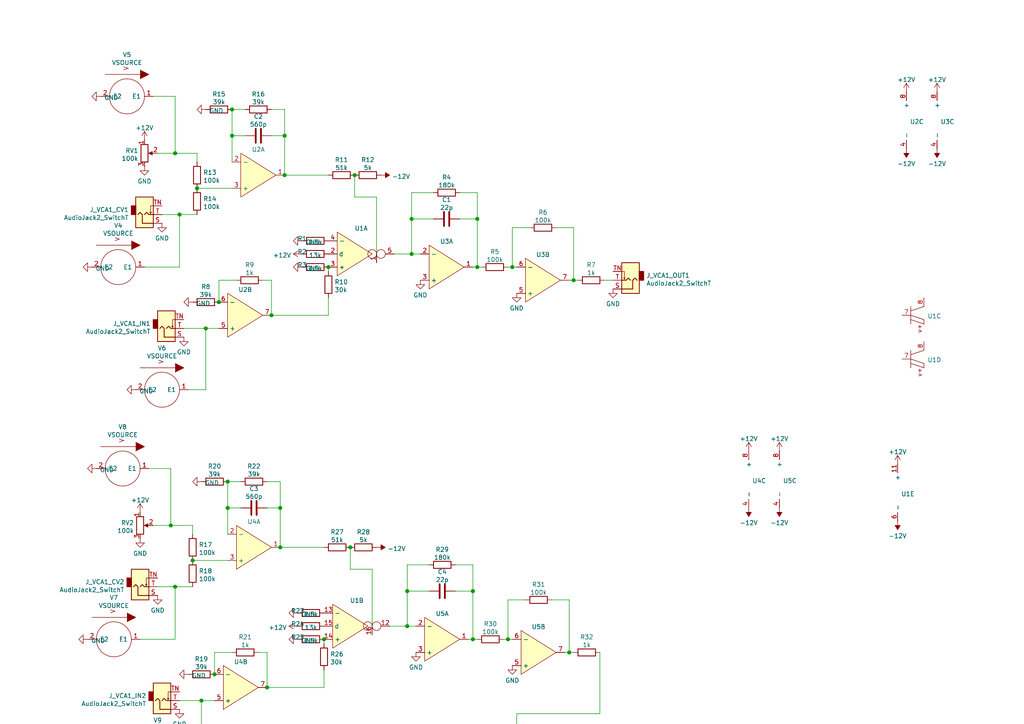
<source format=kicad_sch>
(kicad_sch (version 20210406) (generator eeschema)

  (uuid 623f22a8-41bf-4b55-ab3d-db1fc4ee9fda)

  (paper "A4")

  (lib_symbols
    (symbol "Connector:AudioJack2_SwitchT" (in_bom yes) (on_board yes)
      (property "Reference" "J" (id 0) (at 0 8.89 0)
        (effects (font (size 1.27 1.27)))
      )
      (property "Value" "AudioJack2_SwitchT" (id 1) (at 0 6.35 0)
        (effects (font (size 1.27 1.27)))
      )
      (property "Footprint" "" (id 2) (at 0 0 0)
        (effects (font (size 1.27 1.27)) hide)
      )
      (property "Datasheet" "~" (id 3) (at 0 0 0)
        (effects (font (size 1.27 1.27)) hide)
      )
      (property "ki_keywords" "audio jack receptacle mono headphones phone TS connector" (id 4) (at 0 0 0)
        (effects (font (size 1.27 1.27)) hide)
      )
      (property "ki_description" "Audio Jack, 2 Poles (Mono / TS), Switched T Pole (Normalling)" (id 5) (at 0 0 0)
        (effects (font (size 1.27 1.27)) hide)
      )
      (property "ki_fp_filters" "Jack*" (id 6) (at 0 0 0)
        (effects (font (size 1.27 1.27)) hide)
      )
      (symbol "AudioJack2_SwitchT_0_1"
        (rectangle (start -2.54 0) (end -3.81 -2.54)
          (stroke (width 0.254)) (fill (type outline))
        )
        (rectangle (start 2.54 3.81) (end -2.54 -5.08)
          (stroke (width 0.254)) (fill (type background))
        )
        (polyline
          (pts
            (xy 1.778 -0.254)
            (xy 2.032 -0.762)
          )
          (stroke (width 0)) (fill (type none))
        )
        (polyline
          (pts
            (xy 0 0)
            (xy 0.635 -0.635)
            (xy 1.27 0)
            (xy 2.54 0)
          )
          (stroke (width 0.254)) (fill (type none))
        )
        (polyline
          (pts
            (xy 2.54 -2.54)
            (xy 1.778 -2.54)
            (xy 1.778 -0.254)
            (xy 1.524 -0.762)
          )
          (stroke (width 0)) (fill (type none))
        )
        (polyline
          (pts
            (xy 2.54 2.54)
            (xy -0.635 2.54)
            (xy -0.635 0)
            (xy -1.27 -0.635)
            (xy -1.905 0)
          )
          (stroke (width 0.254)) (fill (type none))
        )
      )
      (symbol "AudioJack2_SwitchT_1_1"
        (pin passive line (at 5.08 2.54 180) (length 2.54)
          (name "~" (effects (font (size 1.27 1.27))))
          (number "S" (effects (font (size 1.27 1.27))))
        )
        (pin passive line (at 5.08 0 180) (length 2.54)
          (name "~" (effects (font (size 1.27 1.27))))
          (number "T" (effects (font (size 1.27 1.27))))
        )
        (pin passive line (at 5.08 -2.54 180) (length 2.54)
          (name "~" (effects (font (size 1.27 1.27))))
          (number "TN" (effects (font (size 1.27 1.27))))
        )
      )
    )
    (symbol "Device:C" (pin_numbers hide) (pin_names (offset 0.254)) (in_bom yes) (on_board yes)
      (property "Reference" "C" (id 0) (at 0.635 2.54 0)
        (effects (font (size 1.27 1.27)) (justify left))
      )
      (property "Value" "C" (id 1) (at 0.635 -2.54 0)
        (effects (font (size 1.27 1.27)) (justify left))
      )
      (property "Footprint" "" (id 2) (at 0.9652 -3.81 0)
        (effects (font (size 1.27 1.27)) hide)
      )
      (property "Datasheet" "~" (id 3) (at 0 0 0)
        (effects (font (size 1.27 1.27)) hide)
      )
      (property "ki_keywords" "cap capacitor" (id 4) (at 0 0 0)
        (effects (font (size 1.27 1.27)) hide)
      )
      (property "ki_description" "Unpolarized capacitor" (id 5) (at 0 0 0)
        (effects (font (size 1.27 1.27)) hide)
      )
      (property "ki_fp_filters" "C_*" (id 6) (at 0 0 0)
        (effects (font (size 1.27 1.27)) hide)
      )
      (symbol "C_0_1"
        (polyline
          (pts
            (xy -2.032 -0.762)
            (xy 2.032 -0.762)
          )
          (stroke (width 0.508)) (fill (type none))
        )
        (polyline
          (pts
            (xy -2.032 0.762)
            (xy 2.032 0.762)
          )
          (stroke (width 0.508)) (fill (type none))
        )
      )
      (symbol "C_1_1"
        (pin passive line (at 0 3.81 270) (length 2.794)
          (name "~" (effects (font (size 1.27 1.27))))
          (number "1" (effects (font (size 1.27 1.27))))
        )
        (pin passive line (at 0 -3.81 90) (length 2.794)
          (name "~" (effects (font (size 1.27 1.27))))
          (number "2" (effects (font (size 1.27 1.27))))
        )
      )
    )
    (symbol "Device:R" (pin_numbers hide) (pin_names (offset 0)) (in_bom yes) (on_board yes)
      (property "Reference" "R" (id 0) (at 2.032 0 90)
        (effects (font (size 1.27 1.27)))
      )
      (property "Value" "R" (id 1) (at 0 0 90)
        (effects (font (size 1.27 1.27)))
      )
      (property "Footprint" "" (id 2) (at -1.778 0 90)
        (effects (font (size 1.27 1.27)) hide)
      )
      (property "Datasheet" "~" (id 3) (at 0 0 0)
        (effects (font (size 1.27 1.27)) hide)
      )
      (property "ki_keywords" "R res resistor" (id 4) (at 0 0 0)
        (effects (font (size 1.27 1.27)) hide)
      )
      (property "ki_description" "Resistor" (id 5) (at 0 0 0)
        (effects (font (size 1.27 1.27)) hide)
      )
      (property "ki_fp_filters" "R_*" (id 6) (at 0 0 0)
        (effects (font (size 1.27 1.27)) hide)
      )
      (symbol "R_0_1"
        (rectangle (start -1.016 -2.54) (end 1.016 2.54)
          (stroke (width 0.254)) (fill (type none))
        )
      )
      (symbol "R_1_1"
        (pin passive line (at 0 3.81 270) (length 1.27)
          (name "~" (effects (font (size 1.27 1.27))))
          (number "1" (effects (font (size 1.27 1.27))))
        )
        (pin passive line (at 0 -3.81 90) (length 1.27)
          (name "~" (effects (font (size 1.27 1.27))))
          (number "2" (effects (font (size 1.27 1.27))))
        )
      )
    )
    (symbol "Device:R_Potentiometer" (pin_names (offset 1.016) hide) (in_bom yes) (on_board yes)
      (property "Reference" "RV" (id 0) (at -4.445 0 90)
        (effects (font (size 1.27 1.27)))
      )
      (property "Value" "R_Potentiometer" (id 1) (at -2.54 0 90)
        (effects (font (size 1.27 1.27)))
      )
      (property "Footprint" "" (id 2) (at 0 0 0)
        (effects (font (size 1.27 1.27)) hide)
      )
      (property "Datasheet" "~" (id 3) (at 0 0 0)
        (effects (font (size 1.27 1.27)) hide)
      )
      (property "ki_keywords" "resistor variable" (id 4) (at 0 0 0)
        (effects (font (size 1.27 1.27)) hide)
      )
      (property "ki_description" "Potentiometer" (id 5) (at 0 0 0)
        (effects (font (size 1.27 1.27)) hide)
      )
      (property "ki_fp_filters" "Potentiometer*" (id 6) (at 0 0 0)
        (effects (font (size 1.27 1.27)) hide)
      )
      (symbol "R_Potentiometer_0_1"
        (rectangle (start 1.016 2.54) (end -1.016 -2.54)
          (stroke (width 0.254)) (fill (type none))
        )
        (polyline
          (pts
            (xy 2.54 0)
            (xy 1.524 0)
          )
          (stroke (width 0)) (fill (type none))
        )
        (polyline
          (pts
            (xy 1.143 0)
            (xy 2.286 0.508)
            (xy 2.286 -0.508)
            (xy 1.143 0)
          )
          (stroke (width 0)) (fill (type outline))
        )
      )
      (symbol "R_Potentiometer_1_1"
        (pin passive line (at 0 3.81 270) (length 1.27)
          (name "1" (effects (font (size 1.27 1.27))))
          (number "1" (effects (font (size 1.27 1.27))))
        )
        (pin passive line (at 3.81 0 180) (length 1.27)
          (name "2" (effects (font (size 1.27 1.27))))
          (number "2" (effects (font (size 1.27 1.27))))
        )
        (pin passive line (at 0 -3.81 90) (length 1.27)
          (name "3" (effects (font (size 1.27 1.27))))
          (number "3" (effects (font (size 1.27 1.27))))
        )
      )
    )
    (symbol "mylib:lm13700" (in_bom yes) (on_board yes)
      (property "Reference" "U" (id 0) (at 0 0 0)
        (effects (font (size 1.27 1.27)))
      )
      (property "Value" "lm13700" (id 1) (at 0 10.16 0)
        (effects (font (size 1.27 1.27)) hide)
      )
      (property "Footprint" "" (id 2) (at 0 0 0)
        (effects (font (size 1.27 1.27)) hide)
      )
      (property "Datasheet" "" (id 3) (at 0 0 0)
        (effects (font (size 1.27 1.27)) hide)
      )
      (property "Spice_Primitive" "X" (id 4) (at 5.08 7.62 0)
        (effects (font (size 1.27 1.27)) hide)
      )
      (property "Spice_Model" "MY_LM13700" (id 5) (at 1.27 19.05 0)
        (effects (font (size 1.27 1.27)) hide)
      )
      (property "Spice_Netlist_Enabled" "Y" (id 6) (at 8.89 3.81 0)
        (effects (font (size 1.27 1.27)) hide)
      )
      (property "Spice_Lib_File" "C:\\Users\\danie\\Documents\\kicad\\mylibs\\MY_LM13700.lib" (id 7) (at 0 24.13 0)
        (effects (font (size 1.27 1.27)) hide)
      )
      (symbol "lm13700_1_1"
        (circle (center 6.35 0) (radius 1.27) (stroke (width 0.1524)) (fill (type none)))
        (circle (center 8.89 0) (radius 1.27) (stroke (width 0.1524)) (fill (type none)))
        (polyline
          (pts
            (xy 6.35 0)
            (xy -3.81 6.35)
            (xy -3.81 -6.35)
            (xy 6.35 0)
          )
          (stroke (width 0.1524)) (fill (type background))
        )
        (pin input line (at 7.62 2.54 270) (length 2.54)
          (name "" (effects (font (size 1.27 1.27))))
          (number "1" (effects (font (size 1.27 1.27))))
        )
        (pin input line (at -6.35 0 0) (length 2.54)
          (name "d" (effects (font (size 1.27 1.27))))
          (number "2" (effects (font (size 1.27 1.27))))
        )
        (pin input line (at -6.35 3.81 0) (length 2.54)
          (name "+" (effects (font (size 1.27 1.27))))
          (number "3" (effects (font (size 1.27 1.27))))
        )
        (pin input line (at -6.35 -3.81 0) (length 2.54)
          (name "-" (effects (font (size 1.27 1.27))))
          (number "4" (effects (font (size 1.27 1.27))))
        )
        (pin output line (at 12.7 0 180) (length 2.54)
          (name "" (effects (font (size 1.27 1.27))))
          (number "5" (effects (font (size 1.27 1.27))))
        )
      )
      (symbol "lm13700_2_1"
        (circle (center 6.35 0) (radius 1.27) (stroke (width 0.1524)) (fill (type none)))
        (circle (center 8.89 0) (radius 1.27) (stroke (width 0.1524)) (fill (type none)))
        (polyline
          (pts
            (xy -3.81 6.35)
            (xy -3.81 -6.35)
            (xy 6.35 0)
            (xy -3.81 6.35)
          )
          (stroke (width 0.1524)) (fill (type background))
        )
        (pin output line (at 12.7 0 180) (length 2.54)
          (name "" (effects (font (size 1.27 1.27))))
          (number "12" (effects (font (size 1.27 1.27))))
        )
        (pin input line (at -6.35 -3.81 0) (length 2.54)
          (name "-" (effects (font (size 1.27 1.27))))
          (number "13" (effects (font (size 1.27 1.27))))
        )
        (pin input line (at -6.35 3.81 0) (length 2.54)
          (name "+" (effects (font (size 1.27 1.27))))
          (number "14" (effects (font (size 1.27 1.27))))
        )
        (pin input line (at -6.35 0 0) (length 2.54)
          (name "d" (effects (font (size 1.27 1.27))))
          (number "15" (effects (font (size 1.27 1.27))))
        )
        (pin input line (at 7.62 2.54 270) (length 2.54)
          (name "" (effects (font (size 1.27 1.27))))
          (number "16" (effects (font (size 1.27 1.27))))
        )
      )
      (symbol "lm13700_3_0"
        (text "v+" (at -3.81 1.27 0)
          (effects (font (size 1.27 1.27)))
        )
      )
      (symbol "lm13700_3_1"
        (polyline
          (pts
            (xy -2.54 3.81)
            (xy 2.54 3.81)
          )
          (stroke (width 0.1524)) (fill (type none))
        )
        (polyline
          (pts
            (xy -1.27 0)
            (xy -2.54 0)
          )
          (stroke (width 0.1524)) (fill (type none))
        )
        (polyline
          (pts
            (xy -1.27 3.81)
            (xy -2.54 0)
          )
          (stroke (width 0.1524)) (fill (type none))
        )
        (polyline
          (pts
            (xy 0 3.81)
            (xy -1.27 0)
          )
          (stroke (width 0.1524)) (fill (type none))
        )
        (polyline
          (pts
            (xy 1.27 3.81)
            (xy 2.54 0)
          )
          (stroke (width 0.1524)) (fill (type none))
        )
        (pin input line (at 0 6.35 270) (length 2.54)
          (name "" (effects (font (size 1.27 1.27))))
          (number "7" (effects (font (size 1.27 1.27))))
        )
        (pin output line (at 5.08 0 180) (length 2.54)
          (name "" (effects (font (size 1.27 1.27))))
          (number "8" (effects (font (size 1.27 1.27))))
        )
      )
      (symbol "lm13700_4_0"
        (text "v+" (at -3.81 1.27 0)
          (effects (font (size 1.27 1.27)))
        )
      )
      (symbol "lm13700_4_1"
        (polyline
          (pts
            (xy -2.54 3.81)
            (xy 2.54 3.81)
          )
          (stroke (width 0.1524)) (fill (type none))
        )
        (polyline
          (pts
            (xy -1.27 0)
            (xy -2.54 0)
          )
          (stroke (width 0.1524)) (fill (type none))
        )
        (polyline
          (pts
            (xy -1.27 3.81)
            (xy -2.54 0)
          )
          (stroke (width 0.1524)) (fill (type none))
        )
        (polyline
          (pts
            (xy 0 3.81)
            (xy -1.27 0)
          )
          (stroke (width 0.1524)) (fill (type none))
        )
        (polyline
          (pts
            (xy 1.27 3.81)
            (xy 2.54 0)
          )
          (stroke (width 0.1524)) (fill (type none))
        )
        (pin input line (at 0 6.35 270) (length 2.54)
          (name "" (effects (font (size 1.27 1.27))))
          (number "7" (effects (font (size 1.27 1.27))))
        )
        (pin output line (at 5.08 0 180) (length 2.54)
          (name "" (effects (font (size 1.27 1.27))))
          (number "8" (effects (font (size 1.27 1.27))))
        )
      )
      (symbol "lm13700_5_1"
        (pin input line (at 0 8.89 270) (length 2.54)
          (name "+" (effects (font (size 1.27 1.27))))
          (number "11" (effects (font (size 1.27 1.27))))
        )
        (pin input line (at 0 -7.62 90) (length 2.54)
          (name "-" (effects (font (size 1.27 1.27))))
          (number "6" (effects (font (size 1.27 1.27))))
        )
      )
    )
    (symbol "mylib:tl072" (in_bom yes) (on_board yes)
      (property "Reference" "U" (id 0) (at 0 0 0)
        (effects (font (size 1.27 1.27)))
      )
      (property "Value" "tl072" (id 1) (at 1.27 10.16 0)
        (effects (font (size 1.27 1.27)) hide)
      )
      (property "Footprint" "" (id 2) (at 1.27 10.16 0)
        (effects (font (size 1.27 1.27)) hide)
      )
      (property "Datasheet" "" (id 3) (at 1.27 10.16 0)
        (effects (font (size 1.27 1.27)) hide)
      )
      (property "Spice_Primitive" "X" (id 4) (at -5.08 -1.27 0)
        (effects (font (size 1.27 1.27)) hide)
      )
      (property "Spice_Model" "MY_TL072" (id 5) (at 1.27 -24.13 0)
        (effects (font (size 1.27 1.27)) hide)
      )
      (property "Spice_Netlist_Enabled" "Y" (id 6) (at 5.08 -5.08 0)
        (effects (font (size 1.27 1.27)) hide)
      )
      (property "Spice_Lib_File" "C:\\Users\\danie\\Documents\\kicad\\mylibs\\MY_TL072.lib" (id 7) (at 1.27 -24.13 0)
        (effects (font (size 1.27 1.27)) hide)
      )
      (property "ki_locked" "" (id 8) (at 0 0 0)
        (effects (font (size 1.27 1.27)))
      )
      (symbol "tl072_1_1"
        (polyline
          (pts
            (xy 6.35 0)
            (xy -3.81 6.35)
            (xy -3.81 -6.35)
            (xy 6.35 0)
          )
          (stroke (width 0.1524)) (fill (type background))
        )
        (pin output line (at 8.89 0 180) (length 2.54)
          (name "" (effects (font (size 1.27 1.27))))
          (number "1" (effects (font (size 1.27 1.27))))
        )
        (pin input line (at -6.35 3.81 0) (length 2.54)
          (name "-" (effects (font (size 1.27 1.27))))
          (number "2" (effects (font (size 1.27 1.27))))
        )
        (pin input line (at -6.35 -3.81 0) (length 2.54)
          (name "+" (effects (font (size 1.27 1.27))))
          (number "3" (effects (font (size 1.27 1.27))))
        )
      )
      (symbol "tl072_2_1"
        (polyline
          (pts
            (xy -3.81 6.35)
            (xy -3.81 -6.35)
            (xy 6.35 0)
            (xy -3.81 6.35)
          )
          (stroke (width 0.1524)) (fill (type background))
        )
        (pin input line (at -6.35 -3.81 0) (length 2.54)
          (name "+" (effects (font (size 1.27 1.27))))
          (number "5" (effects (font (size 1.27 1.27))))
        )
        (pin input line (at -6.35 3.81 0) (length 2.54)
          (name "-" (effects (font (size 1.27 1.27))))
          (number "6" (effects (font (size 1.27 1.27))))
        )
        (pin output line (at 8.89 0 180) (length 2.54)
          (name "" (effects (font (size 1.27 1.27))))
          (number "7" (effects (font (size 1.27 1.27))))
        )
      )
      (symbol "tl072_3_1"
        (pin power_in line (at 0 -8.89 90) (length 2.54)
          (name "-" (effects (font (size 1.27 1.27))))
          (number "4" (effects (font (size 1.27 1.27))))
        )
        (pin power_in line (at 0 7.62 270) (length 2.54)
          (name "+" (effects (font (size 1.27 1.27))))
          (number "8" (effects (font (size 1.27 1.27))))
        )
      )
    )
    (symbol "power:+12V" (power) (pin_names (offset 0)) (in_bom yes) (on_board yes)
      (property "Reference" "#PWR" (id 0) (at 0 -3.81 0)
        (effects (font (size 1.27 1.27)) hide)
      )
      (property "Value" "+12V" (id 1) (at 0 3.556 0)
        (effects (font (size 1.27 1.27)))
      )
      (property "Footprint" "" (id 2) (at 0 0 0)
        (effects (font (size 1.27 1.27)) hide)
      )
      (property "Datasheet" "" (id 3) (at 0 0 0)
        (effects (font (size 1.27 1.27)) hide)
      )
      (property "ki_keywords" "power-flag" (id 4) (at 0 0 0)
        (effects (font (size 1.27 1.27)) hide)
      )
      (property "ki_description" "Power symbol creates a global label with name \"+12V\"" (id 5) (at 0 0 0)
        (effects (font (size 1.27 1.27)) hide)
      )
      (symbol "+12V_0_1"
        (polyline
          (pts
            (xy -0.762 1.27)
            (xy 0 2.54)
          )
          (stroke (width 0)) (fill (type none))
        )
        (polyline
          (pts
            (xy 0 0)
            (xy 0 2.54)
          )
          (stroke (width 0)) (fill (type none))
        )
        (polyline
          (pts
            (xy 0 2.54)
            (xy 0.762 1.27)
          )
          (stroke (width 0)) (fill (type none))
        )
      )
      (symbol "+12V_1_1"
        (pin power_in line (at 0 0 90) (length 0) hide
          (name "+12V" (effects (font (size 1.27 1.27))))
          (number "1" (effects (font (size 1.27 1.27))))
        )
      )
    )
    (symbol "power:-12V" (power) (pin_names (offset 0)) (in_bom yes) (on_board yes)
      (property "Reference" "#PWR" (id 0) (at 0 2.54 0)
        (effects (font (size 1.27 1.27)) hide)
      )
      (property "Value" "-12V" (id 1) (at 0 3.81 0)
        (effects (font (size 1.27 1.27)))
      )
      (property "Footprint" "" (id 2) (at 0 0 0)
        (effects (font (size 1.27 1.27)) hide)
      )
      (property "Datasheet" "" (id 3) (at 0 0 0)
        (effects (font (size 1.27 1.27)) hide)
      )
      (property "ki_keywords" "power-flag" (id 4) (at 0 0 0)
        (effects (font (size 1.27 1.27)) hide)
      )
      (property "ki_description" "Power symbol creates a global label with name \"-12V\"" (id 5) (at 0 0 0)
        (effects (font (size 1.27 1.27)) hide)
      )
      (symbol "-12V_0_0"
        (pin power_in line (at 0 0 90) (length 0) hide
          (name "-12V" (effects (font (size 1.27 1.27))))
          (number "1" (effects (font (size 1.27 1.27))))
        )
      )
      (symbol "-12V_0_1"
        (polyline
          (pts
            (xy 0 0)
            (xy 0 1.27)
            (xy 0.762 1.27)
            (xy 0 2.54)
            (xy -0.762 1.27)
            (xy 0 1.27)
          )
          (stroke (width 0)) (fill (type outline))
        )
      )
    )
    (symbol "power:GND" (power) (pin_names (offset 0)) (in_bom yes) (on_board yes)
      (property "Reference" "#PWR" (id 0) (at 0 -6.35 0)
        (effects (font (size 1.27 1.27)) hide)
      )
      (property "Value" "GND" (id 1) (at 0 -3.81 0)
        (effects (font (size 1.27 1.27)))
      )
      (property "Footprint" "" (id 2) (at 0 0 0)
        (effects (font (size 1.27 1.27)) hide)
      )
      (property "Datasheet" "" (id 3) (at 0 0 0)
        (effects (font (size 1.27 1.27)) hide)
      )
      (property "ki_keywords" "power-flag" (id 4) (at 0 0 0)
        (effects (font (size 1.27 1.27)) hide)
      )
      (property "ki_description" "Power symbol creates a global label with name \"GND\" , ground" (id 5) (at 0 0 0)
        (effects (font (size 1.27 1.27)) hide)
      )
      (symbol "GND_0_1"
        (polyline
          (pts
            (xy 0 0)
            (xy 0 -1.27)
            (xy 1.27 -1.27)
            (xy 0 -2.54)
            (xy -1.27 -1.27)
            (xy 0 -1.27)
          )
          (stroke (width 0)) (fill (type none))
        )
      )
      (symbol "GND_1_1"
        (pin power_in line (at 0 0 270) (length 0) hide
          (name "GND" (effects (font (size 1.27 1.27))))
          (number "1" (effects (font (size 1.27 1.27))))
        )
      )
    )
    (symbol "pspice:VSOURCE" (pin_names (offset 1.016)) (in_bom yes) (on_board yes)
      (property "Reference" "V" (id 0) (at -6.35 7.62 0)
        (effects (font (size 1.27 1.27)))
      )
      (property "Value" "VSOURCE" (id 1) (at 0 0 0)
        (effects (font (size 1.27 1.27)))
      )
      (property "Footprint" "" (id 2) (at 0 0 0)
        (effects (font (size 1.27 1.27)) hide)
      )
      (property "Datasheet" "~" (id 3) (at 0 0 0)
        (effects (font (size 1.27 1.27)) hide)
      )
      (property "ki_keywords" "simulation" (id 4) (at 0 0 0)
        (effects (font (size 1.27 1.27)) hide)
      )
      (property "ki_description" "Voltage source symbol for simulation only" (id 5) (at 0 0 0)
        (effects (font (size 1.27 1.27)) hide)
      )
      (symbol "VSOURCE_0_1"
        (circle (center 0 0) (radius 5.08) (stroke (width 0)) (fill (type none)))
        (text "V" (at -8.128 -0.254 0)
          (effects (font (size 1.27 1.27)))
        )
        (polyline
          (pts
            (xy -6.35 -6.35)
            (xy -6.35 3.81)
          )
          (stroke (width 0)) (fill (type outline))
        )
        (polyline
          (pts
            (xy -7.62 3.81)
            (xy -6.35 6.35)
            (xy -5.08 3.81)
          )
          (stroke (width 0)) (fill (type outline))
        )
      )
      (symbol "VSOURCE_1_1"
        (pin input line (at 0 7.62 270) (length 2.54)
          (name "E1" (effects (font (size 1.27 1.27))))
          (number "1" (effects (font (size 1.27 1.27))))
        )
        (pin input line (at 0 -7.62 90) (length 2.54)
          (name "E2" (effects (font (size 1.27 1.27))))
          (number "2" (effects (font (size 1.27 1.27))))
        )
      )
    )
  )

  (junction (at 49.53 152.4) (diameter 1.016) (color 0 0 0 0))
  (junction (at 50.8 44.45) (diameter 1.016) (color 0 0 0 0))
  (junction (at 50.8 170.18) (diameter 1.016) (color 0 0 0 0))
  (junction (at 52.07 62.23) (diameter 1.016) (color 0 0 0 0))
  (junction (at 55.88 162.56) (diameter 1.016) (color 0 0 0 0))
  (junction (at 57.15 54.61) (diameter 1.016) (color 0 0 0 0))
  (junction (at 58.42 203.2) (diameter 1.016) (color 0 0 0 0))
  (junction (at 59.69 95.25) (diameter 1.016) (color 0 0 0 0))
  (junction (at 62.23 195.58) (diameter 1.016) (color 0 0 0 0))
  (junction (at 63.5 87.63) (diameter 1.016) (color 0 0 0 0))
  (junction (at 66.04 139.7) (diameter 1.016) (color 0 0 0 0))
  (junction (at 66.04 147.32) (diameter 1.016) (color 0 0 0 0))
  (junction (at 67.31 31.75) (diameter 1.016) (color 0 0 0 0))
  (junction (at 67.31 39.37) (diameter 1.016) (color 0 0 0 0))
  (junction (at 77.47 199.39) (diameter 1.016) (color 0 0 0 0))
  (junction (at 78.74 91.44) (diameter 1.016) (color 0 0 0 0))
  (junction (at 81.28 147.32) (diameter 1.016) (color 0 0 0 0))
  (junction (at 81.28 158.75) (diameter 1.016) (color 0 0 0 0))
  (junction (at 82.55 39.37) (diameter 1.016) (color 0 0 0 0))
  (junction (at 82.55 50.8) (diameter 1.016) (color 0 0 0 0))
  (junction (at 93.98 185.42) (diameter 1.016) (color 0 0 0 0))
  (junction (at 95.25 77.47) (diameter 1.016) (color 0 0 0 0))
  (junction (at 101.6 158.75) (diameter 1.016) (color 0 0 0 0))
  (junction (at 102.87 50.8) (diameter 1.016) (color 0 0 0 0))
  (junction (at 118.11 171.45) (diameter 1.016) (color 0 0 0 0))
  (junction (at 118.11 181.61) (diameter 1.016) (color 0 0 0 0))
  (junction (at 119.38 63.5) (diameter 1.016) (color 0 0 0 0))
  (junction (at 119.38 73.66) (diameter 1.016) (color 0 0 0 0))
  (junction (at 137.16 171.45) (diameter 1.016) (color 0 0 0 0))
  (junction (at 137.16 185.42) (diameter 1.016) (color 0 0 0 0))
  (junction (at 138.43 63.5) (diameter 1.016) (color 0 0 0 0))
  (junction (at 138.43 77.47) (diameter 1.016) (color 0 0 0 0))
  (junction (at 147.32 185.42) (diameter 1.016) (color 0 0 0 0))
  (junction (at 148.59 77.47) (diameter 1.016) (color 0 0 0 0))
  (junction (at 165.1 189.23) (diameter 1.016) (color 0 0 0 0))
  (junction (at 166.37 81.28) (diameter 1.016) (color 0 0 0 0))

  (wire (pts (xy 40.64 185.42) (xy 50.8 185.42))
    (stroke (width 0) (type solid) (color 0 0 0 0))
    (uuid baff0489-3b31-4848-98e1-408e2f06526a)
  )
  (wire (pts (xy 41.91 77.47) (xy 52.07 77.47))
    (stroke (width 0) (type solid) (color 0 0 0 0))
    (uuid 9ecc08c5-bb0b-471d-adcf-a741e51557fc)
  )
  (wire (pts (xy 43.18 135.89) (xy 49.53 135.89))
    (stroke (width 0) (type solid) (color 0 0 0 0))
    (uuid 450c0acd-1422-45c7-b915-8aa17413f110)
  )
  (wire (pts (xy 44.45 27.94) (xy 50.8 27.94))
    (stroke (width 0) (type solid) (color 0 0 0 0))
    (uuid e94894c6-869c-41ff-bc39-39082be83aeb)
  )
  (wire (pts (xy 44.45 152.4) (xy 49.53 152.4))
    (stroke (width 0) (type solid) (color 0 0 0 0))
    (uuid 01f94314-3ecb-4068-b259-025f2da9e310)
  )
  (wire (pts (xy 45.72 44.45) (xy 50.8 44.45))
    (stroke (width 0) (type solid) (color 0 0 0 0))
    (uuid c7b56d66-c384-4ad6-98b0-332ea87cab12)
  )
  (wire (pts (xy 45.72 170.18) (xy 50.8 170.18))
    (stroke (width 0) (type solid) (color 0 0 0 0))
    (uuid dcb50daa-5e3f-4df0-a20b-c97fc63879b5)
  )
  (wire (pts (xy 46.99 62.23) (xy 52.07 62.23))
    (stroke (width 0) (type solid) (color 0 0 0 0))
    (uuid 947a628a-20f7-43a2-b219-a9d226d22da2)
  )
  (wire (pts (xy 49.53 135.89) (xy 49.53 152.4))
    (stroke (width 0) (type solid) (color 0 0 0 0))
    (uuid 3547caf4-ba85-4eb6-88a5-05d441ef0799)
  )
  (wire (pts (xy 49.53 152.4) (xy 55.88 152.4))
    (stroke (width 0) (type solid) (color 0 0 0 0))
    (uuid 41bb56fa-621b-4939-825a-4c4d2d27fb75)
  )
  (wire (pts (xy 50.8 27.94) (xy 50.8 44.45))
    (stroke (width 0) (type solid) (color 0 0 0 0))
    (uuid e94894c6-869c-41ff-bc39-39082be83aeb)
  )
  (wire (pts (xy 50.8 44.45) (xy 57.15 44.45))
    (stroke (width 0) (type solid) (color 0 0 0 0))
    (uuid c7b56d66-c384-4ad6-98b0-332ea87cab12)
  )
  (wire (pts (xy 50.8 170.18) (xy 55.88 170.18))
    (stroke (width 0) (type solid) (color 0 0 0 0))
    (uuid 08525e9b-5de8-472e-9d21-e38290f07b46)
  )
  (wire (pts (xy 50.8 185.42) (xy 50.8 170.18))
    (stroke (width 0) (type solid) (color 0 0 0 0))
    (uuid 338de291-b9d9-46aa-bc87-a067ca8dd1ca)
  )
  (wire (pts (xy 52.07 62.23) (xy 57.15 62.23))
    (stroke (width 0) (type solid) (color 0 0 0 0))
    (uuid 947a628a-20f7-43a2-b219-a9d226d22da2)
  )
  (wire (pts (xy 52.07 77.47) (xy 52.07 62.23))
    (stroke (width 0) (type solid) (color 0 0 0 0))
    (uuid 9ecc08c5-bb0b-471d-adcf-a741e51557fc)
  )
  (wire (pts (xy 52.07 203.2) (xy 58.42 203.2))
    (stroke (width 0) (type solid) (color 0 0 0 0))
    (uuid 73e374e5-be7f-489f-b47c-fcf0b4459c24)
  )
  (wire (pts (xy 53.34 95.25) (xy 59.69 95.25))
    (stroke (width 0) (type solid) (color 0 0 0 0))
    (uuid 15b181aa-d1e3-4121-8eed-a65a15e8e652)
  )
  (wire (pts (xy 53.34 220.98) (xy 58.42 220.98))
    (stroke (width 0) (type solid) (color 0 0 0 0))
    (uuid a95c153c-fad4-4586-a1b9-f360ba64a841)
  )
  (wire (pts (xy 54.61 113.03) (xy 59.69 113.03))
    (stroke (width 0) (type solid) (color 0 0 0 0))
    (uuid 1579c16d-5fe4-4c6a-8cc7-e69f94c131f3)
  )
  (wire (pts (xy 55.88 152.4) (xy 55.88 154.94))
    (stroke (width 0) (type solid) (color 0 0 0 0))
    (uuid a13ad337-8888-40e9-bbfa-8089f1722fd7)
  )
  (wire (pts (xy 55.88 162.56) (xy 66.04 162.56))
    (stroke (width 0) (type solid) (color 0 0 0 0))
    (uuid 3b49e20f-f336-4fbd-b62e-a3de8bbdab33)
  )
  (wire (pts (xy 57.15 44.45) (xy 57.15 46.99))
    (stroke (width 0) (type solid) (color 0 0 0 0))
    (uuid c7b56d66-c384-4ad6-98b0-332ea87cab12)
  )
  (wire (pts (xy 57.15 54.61) (xy 67.31 54.61))
    (stroke (width 0) (type solid) (color 0 0 0 0))
    (uuid 573bdef3-b46c-420d-91e4-f3cf2dd5d74e)
  )
  (wire (pts (xy 58.42 203.2) (xy 62.23 203.2))
    (stroke (width 0) (type solid) (color 0 0 0 0))
    (uuid 912b8b79-2bc9-40d4-ade7-4580afb43c61)
  )
  (wire (pts (xy 58.42 220.98) (xy 58.42 203.2))
    (stroke (width 0) (type solid) (color 0 0 0 0))
    (uuid f061fe1c-36aa-4941-bff7-ac0b36dffd26)
  )
  (wire (pts (xy 59.69 95.25) (xy 63.5 95.25))
    (stroke (width 0) (type solid) (color 0 0 0 0))
    (uuid 15b181aa-d1e3-4121-8eed-a65a15e8e652)
  )
  (wire (pts (xy 59.69 113.03) (xy 59.69 95.25))
    (stroke (width 0) (type solid) (color 0 0 0 0))
    (uuid 1579c16d-5fe4-4c6a-8cc7-e69f94c131f3)
  )
  (wire (pts (xy 62.23 189.23) (xy 62.23 195.58))
    (stroke (width 0) (type solid) (color 0 0 0 0))
    (uuid f01f2dcc-0d8c-4d7d-866d-a3e99fdcf6e9)
  )
  (wire (pts (xy 63.5 81.28) (xy 63.5 87.63))
    (stroke (width 0) (type solid) (color 0 0 0 0))
    (uuid ac50c7b4-e487-4fdc-a982-e4ea6dd71f80)
  )
  (wire (pts (xy 66.04 139.7) (xy 66.04 147.32))
    (stroke (width 0) (type solid) (color 0 0 0 0))
    (uuid de37d228-c8f7-4059-9ba0-9cf16727adde)
  )
  (wire (pts (xy 66.04 147.32) (xy 66.04 154.94))
    (stroke (width 0) (type solid) (color 0 0 0 0))
    (uuid e8522bfd-51c9-4486-ac21-8700a010a822)
  )
  (wire (pts (xy 66.04 147.32) (xy 69.85 147.32))
    (stroke (width 0) (type solid) (color 0 0 0 0))
    (uuid a5d668b7-fd32-4d7a-8844-1952902ac52e)
  )
  (wire (pts (xy 67.31 31.75) (xy 67.31 39.37))
    (stroke (width 0) (type solid) (color 0 0 0 0))
    (uuid 830c318f-5f25-453a-96dc-457060e85f98)
  )
  (wire (pts (xy 67.31 39.37) (xy 67.31 46.99))
    (stroke (width 0) (type solid) (color 0 0 0 0))
    (uuid 830c318f-5f25-453a-96dc-457060e85f98)
  )
  (wire (pts (xy 67.31 39.37) (xy 71.12 39.37))
    (stroke (width 0) (type solid) (color 0 0 0 0))
    (uuid 62bf0745-2e44-4e1a-8093-8bd3b931dcce)
  )
  (wire (pts (xy 67.31 189.23) (xy 62.23 189.23))
    (stroke (width 0) (type solid) (color 0 0 0 0))
    (uuid f3ef2c52-0e78-45a0-9242-a6c81a76eb98)
  )
  (wire (pts (xy 68.58 81.28) (xy 63.5 81.28))
    (stroke (width 0) (type solid) (color 0 0 0 0))
    (uuid ac50c7b4-e487-4fdc-a982-e4ea6dd71f80)
  )
  (wire (pts (xy 69.85 139.7) (xy 66.04 139.7))
    (stroke (width 0) (type solid) (color 0 0 0 0))
    (uuid 67c714e6-3f2b-482e-800b-b6fc843a68d6)
  )
  (wire (pts (xy 71.12 31.75) (xy 67.31 31.75))
    (stroke (width 0) (type solid) (color 0 0 0 0))
    (uuid 830c318f-5f25-453a-96dc-457060e85f98)
  )
  (wire (pts (xy 74.93 189.23) (xy 77.47 189.23))
    (stroke (width 0) (type solid) (color 0 0 0 0))
    (uuid 3908b149-4767-4523-8762-80db5f704e50)
  )
  (wire (pts (xy 76.2 81.28) (xy 78.74 81.28))
    (stroke (width 0) (type solid) (color 0 0 0 0))
    (uuid 0704de31-8250-48dc-9455-f2be223db7d1)
  )
  (wire (pts (xy 77.47 139.7) (xy 81.28 139.7))
    (stroke (width 0) (type solid) (color 0 0 0 0))
    (uuid e198abbf-4a64-4264-8971-d769389f508a)
  )
  (wire (pts (xy 77.47 147.32) (xy 81.28 147.32))
    (stroke (width 0) (type solid) (color 0 0 0 0))
    (uuid c1f36669-1307-44db-85d5-56eda83c7970)
  )
  (wire (pts (xy 77.47 189.23) (xy 77.47 199.39))
    (stroke (width 0) (type solid) (color 0 0 0 0))
    (uuid 4dd0c887-c629-4a1b-977c-1bf1a86522a3)
  )
  (wire (pts (xy 78.74 31.75) (xy 82.55 31.75))
    (stroke (width 0) (type solid) (color 0 0 0 0))
    (uuid f2d6d7b4-e4e7-4b83-bb0d-0a4a614f9f09)
  )
  (wire (pts (xy 78.74 39.37) (xy 82.55 39.37))
    (stroke (width 0) (type solid) (color 0 0 0 0))
    (uuid 69435803-828c-4aba-be71-80b29da4540b)
  )
  (wire (pts (xy 78.74 81.28) (xy 78.74 91.44))
    (stroke (width 0) (type solid) (color 0 0 0 0))
    (uuid 0704de31-8250-48dc-9455-f2be223db7d1)
  )
  (wire (pts (xy 81.28 139.7) (xy 81.28 147.32))
    (stroke (width 0) (type solid) (color 0 0 0 0))
    (uuid e3dd0478-92bd-4166-9df0-cb25040736c4)
  )
  (wire (pts (xy 81.28 147.32) (xy 81.28 158.75))
    (stroke (width 0) (type solid) (color 0 0 0 0))
    (uuid 3204ada2-7e60-408c-ab17-b5b9c680816f)
  )
  (wire (pts (xy 81.28 158.75) (xy 93.98 158.75))
    (stroke (width 0) (type solid) (color 0 0 0 0))
    (uuid e6456c2e-c724-4eb2-bd39-60c7f287355b)
  )
  (wire (pts (xy 82.55 31.75) (xy 82.55 39.37))
    (stroke (width 0) (type solid) (color 0 0 0 0))
    (uuid f2d6d7b4-e4e7-4b83-bb0d-0a4a614f9f09)
  )
  (wire (pts (xy 82.55 39.37) (xy 82.55 50.8))
    (stroke (width 0) (type solid) (color 0 0 0 0))
    (uuid f2d6d7b4-e4e7-4b83-bb0d-0a4a614f9f09)
  )
  (wire (pts (xy 82.55 50.8) (xy 95.25 50.8))
    (stroke (width 0) (type solid) (color 0 0 0 0))
    (uuid 6c2435c7-4436-47b9-844d-5ac54af9e548)
  )
  (wire (pts (xy 93.98 185.42) (xy 93.98 186.69))
    (stroke (width 0) (type solid) (color 0 0 0 0))
    (uuid 578cdf91-51e0-4868-8df2-3388b5e30056)
  )
  (wire (pts (xy 93.98 194.31) (xy 93.98 199.39))
    (stroke (width 0) (type solid) (color 0 0 0 0))
    (uuid 3f43a36e-cc5b-453f-868a-80969d461610)
  )
  (wire (pts (xy 93.98 199.39) (xy 77.47 199.39))
    (stroke (width 0) (type solid) (color 0 0 0 0))
    (uuid 74dabf7f-6a2c-4b48-875c-e649f6497d8d)
  )
  (wire (pts (xy 95.25 77.47) (xy 95.25 78.74))
    (stroke (width 0) (type solid) (color 0 0 0 0))
    (uuid e778ccba-a789-4163-af2b-0b1ab56cea96)
  )
  (wire (pts (xy 95.25 86.36) (xy 95.25 91.44))
    (stroke (width 0) (type solid) (color 0 0 0 0))
    (uuid 46788a00-3437-41d1-903d-1251a7f248aa)
  )
  (wire (pts (xy 95.25 91.44) (xy 78.74 91.44))
    (stroke (width 0) (type solid) (color 0 0 0 0))
    (uuid 46788a00-3437-41d1-903d-1251a7f248aa)
  )
  (wire (pts (xy 101.6 158.75) (xy 101.6 165.1))
    (stroke (width 0) (type solid) (color 0 0 0 0))
    (uuid 3f33cb52-cc11-4005-81b5-9cce6e10f3ec)
  )
  (wire (pts (xy 101.6 165.1) (xy 107.95 165.1))
    (stroke (width 0) (type solid) (color 0 0 0 0))
    (uuid 11380e34-c23d-4bee-a2ed-214b4d5c7312)
  )
  (wire (pts (xy 102.87 50.8) (xy 102.87 57.15))
    (stroke (width 0) (type solid) (color 0 0 0 0))
    (uuid 9d49d966-3a7c-4f2b-a13f-5e751cad583f)
  )
  (wire (pts (xy 102.87 57.15) (xy 109.22 57.15))
    (stroke (width 0) (type solid) (color 0 0 0 0))
    (uuid 9d49d966-3a7c-4f2b-a13f-5e751cad583f)
  )
  (wire (pts (xy 107.95 165.1) (xy 107.95 184.15))
    (stroke (width 0) (type solid) (color 0 0 0 0))
    (uuid 3365a20a-bf85-446d-909a-75d32a115185)
  )
  (wire (pts (xy 109.22 57.15) (xy 109.22 76.2))
    (stroke (width 0) (type solid) (color 0 0 0 0))
    (uuid 9d49d966-3a7c-4f2b-a13f-5e751cad583f)
  )
  (wire (pts (xy 113.03 181.61) (xy 118.11 181.61))
    (stroke (width 0) (type solid) (color 0 0 0 0))
    (uuid afae265c-c3c1-4dcf-a226-e86a9439a4cf)
  )
  (wire (pts (xy 114.3 73.66) (xy 119.38 73.66))
    (stroke (width 0) (type solid) (color 0 0 0 0))
    (uuid a53effb5-2423-485c-8a80-0f9be7ba1783)
  )
  (wire (pts (xy 118.11 163.83) (xy 118.11 171.45))
    (stroke (width 0) (type solid) (color 0 0 0 0))
    (uuid 9fc58871-27de-4701-8b49-6da3b7ea64a5)
  )
  (wire (pts (xy 118.11 171.45) (xy 118.11 181.61))
    (stroke (width 0) (type solid) (color 0 0 0 0))
    (uuid f85e5e59-6b6a-47df-a85d-3f9ba3bf998c)
  )
  (wire (pts (xy 118.11 171.45) (xy 124.46 171.45))
    (stroke (width 0) (type solid) (color 0 0 0 0))
    (uuid 60347cd3-c3dc-4741-bbc9-0cb23a9d735a)
  )
  (wire (pts (xy 118.11 181.61) (xy 120.65 181.61))
    (stroke (width 0) (type solid) (color 0 0 0 0))
    (uuid d62c1f0d-8c5e-42ea-9c06-a97d78d24f96)
  )
  (wire (pts (xy 119.38 55.88) (xy 119.38 63.5))
    (stroke (width 0) (type solid) (color 0 0 0 0))
    (uuid d1d138c0-3871-4f42-ba98-c6102d50c848)
  )
  (wire (pts (xy 119.38 63.5) (xy 119.38 73.66))
    (stroke (width 0) (type solid) (color 0 0 0 0))
    (uuid d1d138c0-3871-4f42-ba98-c6102d50c848)
  )
  (wire (pts (xy 119.38 63.5) (xy 125.73 63.5))
    (stroke (width 0) (type solid) (color 0 0 0 0))
    (uuid 217f6585-696f-4c7d-a3ec-620b696c0fea)
  )
  (wire (pts (xy 119.38 73.66) (xy 121.92 73.66))
    (stroke (width 0) (type solid) (color 0 0 0 0))
    (uuid d1d138c0-3871-4f42-ba98-c6102d50c848)
  )
  (wire (pts (xy 124.46 163.83) (xy 118.11 163.83))
    (stroke (width 0) (type solid) (color 0 0 0 0))
    (uuid 0b936a19-d9db-4577-abc0-468af68d6d57)
  )
  (wire (pts (xy 125.73 55.88) (xy 119.38 55.88))
    (stroke (width 0) (type solid) (color 0 0 0 0))
    (uuid d1d138c0-3871-4f42-ba98-c6102d50c848)
  )
  (wire (pts (xy 132.08 163.83) (xy 137.16 163.83))
    (stroke (width 0) (type solid) (color 0 0 0 0))
    (uuid 6461be1e-1a6e-4bb5-bdbc-ad5f1a70cdf6)
  )
  (wire (pts (xy 132.08 171.45) (xy 137.16 171.45))
    (stroke (width 0) (type solid) (color 0 0 0 0))
    (uuid c6b2c06e-d513-4e5d-8545-a221078b0559)
  )
  (wire (pts (xy 133.35 55.88) (xy 138.43 55.88))
    (stroke (width 0) (type solid) (color 0 0 0 0))
    (uuid f621bb96-fee8-406a-bc6c-a5f8a603944b)
  )
  (wire (pts (xy 133.35 63.5) (xy 138.43 63.5))
    (stroke (width 0) (type solid) (color 0 0 0 0))
    (uuid 661f535f-0eae-41fa-8e88-6e2ae907e52c)
  )
  (wire (pts (xy 135.89 185.42) (xy 137.16 185.42))
    (stroke (width 0) (type solid) (color 0 0 0 0))
    (uuid fbf5a191-30d3-4391-8f44-4a5aafc787b9)
  )
  (wire (pts (xy 137.16 77.47) (xy 138.43 77.47))
    (stroke (width 0) (type solid) (color 0 0 0 0))
    (uuid e5574ca8-6dfd-492e-ba9b-1803961e34ad)
  )
  (wire (pts (xy 137.16 163.83) (xy 137.16 171.45))
    (stroke (width 0) (type solid) (color 0 0 0 0))
    (uuid 474825ec-612e-414c-8d36-acfc5905e31c)
  )
  (wire (pts (xy 137.16 171.45) (xy 137.16 185.42))
    (stroke (width 0) (type solid) (color 0 0 0 0))
    (uuid 1d4514f8-e5b3-48a9-a18b-52162a047736)
  )
  (wire (pts (xy 137.16 185.42) (xy 138.43 185.42))
    (stroke (width 0) (type solid) (color 0 0 0 0))
    (uuid 3a0649c1-31a3-4e80-b21a-10fef127835f)
  )
  (wire (pts (xy 138.43 55.88) (xy 138.43 63.5))
    (stroke (width 0) (type solid) (color 0 0 0 0))
    (uuid f621bb96-fee8-406a-bc6c-a5f8a603944b)
  )
  (wire (pts (xy 138.43 63.5) (xy 138.43 77.47))
    (stroke (width 0) (type solid) (color 0 0 0 0))
    (uuid f621bb96-fee8-406a-bc6c-a5f8a603944b)
  )
  (wire (pts (xy 138.43 77.47) (xy 139.7 77.47))
    (stroke (width 0) (type solid) (color 0 0 0 0))
    (uuid e5574ca8-6dfd-492e-ba9b-1803961e34ad)
  )
  (wire (pts (xy 146.05 185.42) (xy 147.32 185.42))
    (stroke (width 0) (type solid) (color 0 0 0 0))
    (uuid a6a88c87-38dc-4e7b-9b94-0b3156cc7e8c)
  )
  (wire (pts (xy 147.32 77.47) (xy 148.59 77.47))
    (stroke (width 0) (type solid) (color 0 0 0 0))
    (uuid e57ce06d-437b-4fb8-9fee-d95987a6a5c9)
  )
  (wire (pts (xy 147.32 173.99) (xy 147.32 185.42))
    (stroke (width 0) (type solid) (color 0 0 0 0))
    (uuid c78c791b-96a4-4e98-ab5c-33c35bd441c9)
  )
  (wire (pts (xy 147.32 185.42) (xy 148.59 185.42))
    (stroke (width 0) (type solid) (color 0 0 0 0))
    (uuid da54fa6e-372b-4d88-aa05-c9f299ae7237)
  )
  (wire (pts (xy 148.59 66.04) (xy 148.59 77.47))
    (stroke (width 0) (type solid) (color 0 0 0 0))
    (uuid 3d9c73ce-2727-4a26-9d9b-c6bbe07d100e)
  )
  (wire (pts (xy 148.59 77.47) (xy 149.86 77.47))
    (stroke (width 0) (type solid) (color 0 0 0 0))
    (uuid e57ce06d-437b-4fb8-9fee-d95987a6a5c9)
  )
  (wire (pts (xy 149.86 207.01) (xy 149.86 220.98))
    (stroke (width 0) (type solid) (color 0 0 0 0))
    (uuid e5b85900-becb-4c14-9410-da9066e4f729)
  )
  (wire (pts (xy 149.86 220.98) (xy 152.4 220.98))
    (stroke (width 0) (type solid) (color 0 0 0 0))
    (uuid 1f2448a9-7d89-450c-bdcb-1bced87c6782)
  )
  (wire (pts (xy 152.4 173.99) (xy 147.32 173.99))
    (stroke (width 0) (type solid) (color 0 0 0 0))
    (uuid 9dfd5fbb-8297-45aa-8b09-ab2cbffd2396)
  )
  (wire (pts (xy 153.67 66.04) (xy 148.59 66.04))
    (stroke (width 0) (type solid) (color 0 0 0 0))
    (uuid 3d9c73ce-2727-4a26-9d9b-c6bbe07d100e)
  )
  (wire (pts (xy 160.02 173.99) (xy 165.1 173.99))
    (stroke (width 0) (type solid) (color 0 0 0 0))
    (uuid a6850b5d-87ff-4438-b0cb-afe2d2740a1f)
  )
  (wire (pts (xy 161.29 66.04) (xy 166.37 66.04))
    (stroke (width 0) (type solid) (color 0 0 0 0))
    (uuid 52377f65-b677-484e-86d8-f8fea988bea1)
  )
  (wire (pts (xy 163.83 189.23) (xy 165.1 189.23))
    (stroke (width 0) (type solid) (color 0 0 0 0))
    (uuid 119ef106-24eb-45c5-98a7-766cd5e08d28)
  )
  (wire (pts (xy 165.1 81.28) (xy 166.37 81.28))
    (stroke (width 0) (type solid) (color 0 0 0 0))
    (uuid 308e8a72-6bd1-4006-90c2-d4226c6975ee)
  )
  (wire (pts (xy 165.1 173.99) (xy 165.1 189.23))
    (stroke (width 0) (type solid) (color 0 0 0 0))
    (uuid c9bb4465-1c5b-41cf-9757-cc87460f4866)
  )
  (wire (pts (xy 165.1 189.23) (xy 166.37 189.23))
    (stroke (width 0) (type solid) (color 0 0 0 0))
    (uuid 4801a07d-0bd5-423b-819c-aa9fb6b176d0)
  )
  (wire (pts (xy 166.37 66.04) (xy 166.37 81.28))
    (stroke (width 0) (type solid) (color 0 0 0 0))
    (uuid 52377f65-b677-484e-86d8-f8fea988bea1)
  )
  (wire (pts (xy 166.37 81.28) (xy 167.64 81.28))
    (stroke (width 0) (type solid) (color 0 0 0 0))
    (uuid 308e8a72-6bd1-4006-90c2-d4226c6975ee)
  )
  (wire (pts (xy 173.99 189.23) (xy 173.99 207.01))
    (stroke (width 0) (type solid) (color 0 0 0 0))
    (uuid e5b85900-becb-4c14-9410-da9066e4f729)
  )
  (wire (pts (xy 173.99 207.01) (xy 149.86 207.01))
    (stroke (width 0) (type solid) (color 0 0 0 0))
    (uuid e5b85900-becb-4c14-9410-da9066e4f729)
  )
  (wire (pts (xy 175.26 81.28) (xy 177.8 81.28))
    (stroke (width 0) (type solid) (color 0 0 0 0))
    (uuid 8d24d768-dee3-49d0-b22b-937fb6f09f18)
  )

  (symbol (lib_id "power:+12V") (at 40.64 148.59 0) (unit 1)
    (in_bom yes) (on_board yes) (fields_autoplaced)
    (uuid d0a89fc9-acb8-4b10-b8f7-6287c7273131)
    (property "Reference" "#PWR034" (id 0) (at 40.64 152.4 0)
      (effects (font (size 1.27 1.27)) hide)
    )
    (property "Value" "+12V" (id 1) (at 40.64 145.0426 0))
    (property "Footprint" "" (id 2) (at 40.64 148.59 0)
      (effects (font (size 1.27 1.27)) hide)
    )
    (property "Datasheet" "" (id 3) (at 40.64 148.59 0)
      (effects (font (size 1.27 1.27)) hide)
    )
    (pin "1" (uuid 94f24ab1-fc1e-4a38-9f6d-2d395520262a))
  )

  (symbol (lib_id "power:+12V") (at 41.91 40.64 0) (unit 1)
    (in_bom yes) (on_board yes) (fields_autoplaced)
    (uuid a4aae9cc-5a0a-4efe-bf49-af5b6ef9adf0)
    (property "Reference" "#PWR025" (id 0) (at 41.91 44.45 0)
      (effects (font (size 1.27 1.27)) hide)
    )
    (property "Value" "+12V" (id 1) (at 41.91 37.0926 0))
    (property "Footprint" "" (id 2) (at 41.91 40.64 0)
      (effects (font (size 1.27 1.27)) hide)
    )
    (property "Datasheet" "" (id 3) (at 41.91 40.64 0)
      (effects (font (size 1.27 1.27)) hide)
    )
    (pin "1" (uuid dfb54aa8-2344-4a16-9be8-306991009551))
  )

  (symbol (lib_id "power:+12V") (at 86.36 181.61 90) (unit 1)
    (in_bom yes) (on_board yes) (fields_autoplaced)
    (uuid aba1248b-9f70-4ae0-8085-4866598271b8)
    (property "Reference" "#PWR041" (id 0) (at 90.17 181.61 0)
      (effects (font (size 1.27 1.27)) hide)
    )
    (property "Value" "+12V" (id 1) (at 83.1849 181.9985 90)
      (effects (font (size 1.27 1.27)) (justify left))
    )
    (property "Footprint" "" (id 2) (at 86.36 181.61 0)
      (effects (font (size 1.27 1.27)) hide)
    )
    (property "Datasheet" "" (id 3) (at 86.36 181.61 0)
      (effects (font (size 1.27 1.27)) hide)
    )
    (pin "1" (uuid 78c8c433-5ed6-4ca8-a1e3-bf7282210673))
  )

  (symbol (lib_id "power:+12V") (at 87.63 73.66 90) (unit 1)
    (in_bom yes) (on_board yes) (fields_autoplaced)
    (uuid 6736c58c-a765-48e0-875f-1752399126a4)
    (property "Reference" "#PWR022" (id 0) (at 91.44 73.66 0)
      (effects (font (size 1.27 1.27)) hide)
    )
    (property "Value" "+12V" (id 1) (at 84.4549 74.0485 90)
      (effects (font (size 1.27 1.27)) (justify left))
    )
    (property "Footprint" "" (id 2) (at 87.63 73.66 0)
      (effects (font (size 1.27 1.27)) hide)
    )
    (property "Datasheet" "" (id 3) (at 87.63 73.66 0)
      (effects (font (size 1.27 1.27)) hide)
    )
    (pin "1" (uuid 1f51dda2-db27-428a-b4a0-3c4e8c887693))
  )

  (symbol (lib_id "power:-12V") (at 109.22 158.75 270) (unit 1)
    (in_bom yes) (on_board yes) (fields_autoplaced)
    (uuid e7c8bf91-436c-4a43-a0eb-906c453201e0)
    (property "Reference" "#PWR043" (id 0) (at 111.76 158.75 0)
      (effects (font (size 1.27 1.27)) hide)
    )
    (property "Value" "-12V" (id 1) (at 112.3951 159.1385 90)
      (effects (font (size 1.27 1.27)) (justify left))
    )
    (property "Footprint" "" (id 2) (at 109.22 158.75 0)
      (effects (font (size 1.27 1.27)) hide)
    )
    (property "Datasheet" "" (id 3) (at 109.22 158.75 0)
      (effects (font (size 1.27 1.27)) hide)
    )
    (pin "1" (uuid fe318091-cf6c-4368-abb1-8665d43590f9))
  )

  (symbol (lib_id "power:-12V") (at 110.49 50.8 270) (unit 1)
    (in_bom yes) (on_board yes) (fields_autoplaced)
    (uuid dacb1cef-945e-4ece-adf7-e4305d54d7de)
    (property "Reference" "#PWR024" (id 0) (at 113.03 50.8 0)
      (effects (font (size 1.27 1.27)) hide)
    )
    (property "Value" "-12V" (id 1) (at 113.6651 51.1885 90)
      (effects (font (size 1.27 1.27)) (justify left))
    )
    (property "Footprint" "" (id 2) (at 110.49 50.8 0)
      (effects (font (size 1.27 1.27)) hide)
    )
    (property "Datasheet" "" (id 3) (at 110.49 50.8 0)
      (effects (font (size 1.27 1.27)) hide)
    )
    (pin "1" (uuid d9e16a42-46a4-4ec7-8a63-c99c2b4ca58b))
  )

  (symbol (lib_id "power:+12V") (at 217.17 130.81 0) (unit 1)
    (in_bom yes) (on_board yes) (fields_autoplaced)
    (uuid 8e113fe6-6e4c-4ff5-908e-7eba1db76364)
    (property "Reference" "#PWR047" (id 0) (at 217.17 134.62 0)
      (effects (font (size 1.27 1.27)) hide)
    )
    (property "Value" "+12V" (id 1) (at 217.17 127.2626 0))
    (property "Footprint" "" (id 2) (at 217.17 130.81 0)
      (effects (font (size 1.27 1.27)) hide)
    )
    (property "Datasheet" "" (id 3) (at 217.17 130.81 0)
      (effects (font (size 1.27 1.27)) hide)
    )
    (pin "1" (uuid 50a0ddd6-e19a-4a3b-a936-c5afe89f405c))
  )

  (symbol (lib_id "power:-12V") (at 217.17 147.32 180) (unit 1)
    (in_bom yes) (on_board yes) (fields_autoplaced)
    (uuid 8bf0d7e6-7ce7-4184-acbc-a19d5bfe26ba)
    (property "Reference" "#PWR048" (id 0) (at 217.17 149.86 0)
      (effects (font (size 1.27 1.27)) hide)
    )
    (property "Value" "-12V" (id 1) (at 217.17 151.6444 0))
    (property "Footprint" "" (id 2) (at 217.17 147.32 0)
      (effects (font (size 1.27 1.27)) hide)
    )
    (property "Datasheet" "" (id 3) (at 217.17 147.32 0)
      (effects (font (size 1.27 1.27)) hide)
    )
    (pin "1" (uuid 2c8239d7-b7dd-47a9-9358-2a5b09a11f19))
  )

  (symbol (lib_id "power:+12V") (at 226.06 130.81 0) (unit 1)
    (in_bom yes) (on_board yes) (fields_autoplaced)
    (uuid 53691b1f-f5b5-463c-a5a1-77f972f21885)
    (property "Reference" "#PWR049" (id 0) (at 226.06 134.62 0)
      (effects (font (size 1.27 1.27)) hide)
    )
    (property "Value" "+12V" (id 1) (at 226.06 127.2626 0))
    (property "Footprint" "" (id 2) (at 226.06 130.81 0)
      (effects (font (size 1.27 1.27)) hide)
    )
    (property "Datasheet" "" (id 3) (at 226.06 130.81 0)
      (effects (font (size 1.27 1.27)) hide)
    )
    (pin "1" (uuid cc3f8b13-273c-4742-86bc-af897af08ed6))
  )

  (symbol (lib_id "power:-12V") (at 226.06 147.32 180) (unit 1)
    (in_bom yes) (on_board yes) (fields_autoplaced)
    (uuid c1c378a0-c7d8-4f3c-b700-20603d8d2264)
    (property "Reference" "#PWR050" (id 0) (at 226.06 149.86 0)
      (effects (font (size 1.27 1.27)) hide)
    )
    (property "Value" "-12V" (id 1) (at 226.06 151.6444 0))
    (property "Footprint" "" (id 2) (at 226.06 147.32 0)
      (effects (font (size 1.27 1.27)) hide)
    )
    (property "Datasheet" "" (id 3) (at 226.06 147.32 0)
      (effects (font (size 1.27 1.27)) hide)
    )
    (pin "1" (uuid 05163ae0-6ec3-4019-ac67-13e30f3eacb4))
  )

  (symbol (lib_id "power:+12V") (at 260.35 134.62 0) (unit 1)
    (in_bom yes) (on_board yes) (fields_autoplaced)
    (uuid b3841cba-4ae4-468c-ab46-7bb1780d01ab)
    (property "Reference" "#PWR09" (id 0) (at 260.35 138.43 0)
      (effects (font (size 1.27 1.27)) hide)
    )
    (property "Value" "+12V" (id 1) (at 260.35 131.0726 0))
    (property "Footprint" "" (id 2) (at 260.35 134.62 0)
      (effects (font (size 1.27 1.27)) hide)
    )
    (property "Datasheet" "" (id 3) (at 260.35 134.62 0)
      (effects (font (size 1.27 1.27)) hide)
    )
    (pin "1" (uuid 31f4d85f-298d-49fc-9535-5fd54f5d627f))
  )

  (symbol (lib_id "power:-12V") (at 260.35 151.13 180) (unit 1)
    (in_bom yes) (on_board yes) (fields_autoplaced)
    (uuid c8e3efb2-df71-488b-8d92-23375c17ed10)
    (property "Reference" "#PWR010" (id 0) (at 260.35 153.67 0)
      (effects (font (size 1.27 1.27)) hide)
    )
    (property "Value" "-12V" (id 1) (at 260.35 155.4544 0))
    (property "Footprint" "" (id 2) (at 260.35 151.13 0)
      (effects (font (size 1.27 1.27)) hide)
    )
    (property "Datasheet" "" (id 3) (at 260.35 151.13 0)
      (effects (font (size 1.27 1.27)) hide)
    )
    (pin "1" (uuid 4900fd9c-7e54-4e2e-a1a4-f01ae1531201))
  )

  (symbol (lib_id "power:+12V") (at 262.89 26.67 0) (unit 1)
    (in_bom yes) (on_board yes) (fields_autoplaced)
    (uuid be29b1f5-7358-41d8-9779-5ad07434f27b)
    (property "Reference" "#PWR016" (id 0) (at 262.89 30.48 0)
      (effects (font (size 1.27 1.27)) hide)
    )
    (property "Value" "+12V" (id 1) (at 262.89 23.1226 0))
    (property "Footprint" "" (id 2) (at 262.89 26.67 0)
      (effects (font (size 1.27 1.27)) hide)
    )
    (property "Datasheet" "" (id 3) (at 262.89 26.67 0)
      (effects (font (size 1.27 1.27)) hide)
    )
    (pin "1" (uuid 4e2bc636-1773-4547-bfd8-d30ccd5064a9))
  )

  (symbol (lib_id "power:-12V") (at 262.89 43.18 180) (unit 1)
    (in_bom yes) (on_board yes) (fields_autoplaced)
    (uuid f9dd9155-661a-498a-95e7-f8479205356a)
    (property "Reference" "#PWR017" (id 0) (at 262.89 45.72 0)
      (effects (font (size 1.27 1.27)) hide)
    )
    (property "Value" "-12V" (id 1) (at 262.89 47.5044 0))
    (property "Footprint" "" (id 2) (at 262.89 43.18 0)
      (effects (font (size 1.27 1.27)) hide)
    )
    (property "Datasheet" "" (id 3) (at 262.89 43.18 0)
      (effects (font (size 1.27 1.27)) hide)
    )
    (pin "1" (uuid cebc8ce3-48e7-4286-a91d-b3cea067a620))
  )

  (symbol (lib_id "power:+12V") (at 271.78 26.67 0) (unit 1)
    (in_bom yes) (on_board yes) (fields_autoplaced)
    (uuid 0a0f881a-68d9-4853-855c-8e143793b7ca)
    (property "Reference" "#PWR018" (id 0) (at 271.78 30.48 0)
      (effects (font (size 1.27 1.27)) hide)
    )
    (property "Value" "+12V" (id 1) (at 271.78 23.1226 0))
    (property "Footprint" "" (id 2) (at 271.78 26.67 0)
      (effects (font (size 1.27 1.27)) hide)
    )
    (property "Datasheet" "" (id 3) (at 271.78 26.67 0)
      (effects (font (size 1.27 1.27)) hide)
    )
    (pin "1" (uuid f3310d85-e47c-42e7-82a9-cf6503d867b0))
  )

  (symbol (lib_id "power:-12V") (at 271.78 43.18 180) (unit 1)
    (in_bom yes) (on_board yes) (fields_autoplaced)
    (uuid 31da0515-215f-4e3c-8ccb-4cd9c483504b)
    (property "Reference" "#PWR019" (id 0) (at 271.78 45.72 0)
      (effects (font (size 1.27 1.27)) hide)
    )
    (property "Value" "-12V" (id 1) (at 271.78 47.5044 0))
    (property "Footprint" "" (id 2) (at 271.78 43.18 0)
      (effects (font (size 1.27 1.27)) hide)
    )
    (property "Datasheet" "" (id 3) (at 271.78 43.18 0)
      (effects (font (size 1.27 1.27)) hide)
    )
    (pin "1" (uuid dc5b80b8-8253-46e0-b369-f6fec1a1e733))
  )

  (symbol (lib_id "power:GND") (at 25.4 185.42 270) (unit 1)
    (in_bom yes) (on_board yes) (fields_autoplaced)
    (uuid a0e41831-11f7-408e-9651-c5b9789968b1)
    (property "Reference" "#PWR031" (id 0) (at 19.05 185.42 0)
      (effects (font (size 1.27 1.27)) hide)
    )
    (property "Value" "GND" (id 1) (at 26.4161 185.8085 90)
      (effects (font (size 1.27 1.27)) (justify left))
    )
    (property "Footprint" "" (id 2) (at 25.4 185.42 0)
      (effects (font (size 1.27 1.27)) hide)
    )
    (property "Datasheet" "" (id 3) (at 25.4 185.42 0)
      (effects (font (size 1.27 1.27)) hide)
    )
    (pin "1" (uuid e5cfb873-d9d2-46e2-8797-2dcd6fc75879))
  )

  (symbol (lib_id "power:GND") (at 26.67 77.47 270) (unit 1)
    (in_bom yes) (on_board yes) (fields_autoplaced)
    (uuid a9b2d3a8-7323-4dde-a118-fd3e9284edb3)
    (property "Reference" "#PWR028" (id 0) (at 20.32 77.47 0)
      (effects (font (size 1.27 1.27)) hide)
    )
    (property "Value" "GND" (id 1) (at 27.6861 77.8585 90)
      (effects (font (size 1.27 1.27)) (justify left))
    )
    (property "Footprint" "" (id 2) (at 26.67 77.47 0)
      (effects (font (size 1.27 1.27)) hide)
    )
    (property "Datasheet" "" (id 3) (at 26.67 77.47 0)
      (effects (font (size 1.27 1.27)) hide)
    )
    (pin "1" (uuid 66dc8a79-393b-416b-b491-d73a99deb96c))
  )

  (symbol (lib_id "power:GND") (at 27.94 135.89 270) (unit 1)
    (in_bom yes) (on_board yes) (fields_autoplaced)
    (uuid a237b7ba-3306-491c-b88d-e3705e2a6196)
    (property "Reference" "#PWR032" (id 0) (at 21.59 135.89 0)
      (effects (font (size 1.27 1.27)) hide)
    )
    (property "Value" "GND" (id 1) (at 28.9561 136.2785 90)
      (effects (font (size 1.27 1.27)) (justify left))
    )
    (property "Footprint" "" (id 2) (at 27.94 135.89 0)
      (effects (font (size 1.27 1.27)) hide)
    )
    (property "Datasheet" "" (id 3) (at 27.94 135.89 0)
      (effects (font (size 1.27 1.27)) hide)
    )
    (pin "1" (uuid 7c64e372-48c7-4ca5-8b78-0e61800fea10))
  )

  (symbol (lib_id "power:GND") (at 29.21 27.94 270) (unit 1)
    (in_bom yes) (on_board yes) (fields_autoplaced)
    (uuid bf70ef48-624f-432d-b974-d2b8184780e1)
    (property "Reference" "#PWR029" (id 0) (at 22.86 27.94 0)
      (effects (font (size 1.27 1.27)) hide)
    )
    (property "Value" "GND" (id 1) (at 30.2261 28.3285 90)
      (effects (font (size 1.27 1.27)) (justify left))
    )
    (property "Footprint" "" (id 2) (at 29.21 27.94 0)
      (effects (font (size 1.27 1.27)) hide)
    )
    (property "Datasheet" "" (id 3) (at 29.21 27.94 0)
      (effects (font (size 1.27 1.27)) hide)
    )
    (pin "1" (uuid 9df12823-b4ef-48f5-b686-04ff20612bc9))
  )

  (symbol (lib_id "power:GND") (at 38.1 220.98 270) (unit 1)
    (in_bom yes) (on_board yes) (fields_autoplaced)
    (uuid b9321b6d-4f95-4d57-9662-4b067d4dc434)
    (property "Reference" "#PWR033" (id 0) (at 31.75 220.98 0)
      (effects (font (size 1.27 1.27)) hide)
    )
    (property "Value" "GND" (id 1) (at 39.1161 221.3685 90)
      (effects (font (size 1.27 1.27)) (justify left))
    )
    (property "Footprint" "" (id 2) (at 38.1 220.98 0)
      (effects (font (size 1.27 1.27)) hide)
    )
    (property "Datasheet" "" (id 3) (at 38.1 220.98 0)
      (effects (font (size 1.27 1.27)) hide)
    )
    (pin "1" (uuid 5c5d3777-8480-48ba-a46b-2054f12e02da))
  )

  (symbol (lib_id "power:GND") (at 39.37 113.03 270) (unit 1)
    (in_bom yes) (on_board yes) (fields_autoplaced)
    (uuid 70f05a10-062b-4ef3-a462-1cbff4a4adae)
    (property "Reference" "#PWR030" (id 0) (at 33.02 113.03 0)
      (effects (font (size 1.27 1.27)) hide)
    )
    (property "Value" "GND" (id 1) (at 40.3861 113.4185 90)
      (effects (font (size 1.27 1.27)) (justify left))
    )
    (property "Footprint" "" (id 2) (at 39.37 113.03 0)
      (effects (font (size 1.27 1.27)) hide)
    )
    (property "Datasheet" "" (id 3) (at 39.37 113.03 0)
      (effects (font (size 1.27 1.27)) hide)
    )
    (pin "1" (uuid 34e484c7-010d-4b6a-8c7d-7ced4f76ace1))
  )

  (symbol (lib_id "power:GND") (at 40.64 156.21 0) (unit 1)
    (in_bom yes) (on_board yes) (fields_autoplaced)
    (uuid e9122bf0-aa1c-4f7d-8094-5e1365396f23)
    (property "Reference" "#PWR035" (id 0) (at 40.64 162.56 0)
      (effects (font (size 1.27 1.27)) hide)
    )
    (property "Value" "GND" (id 1) (at 40.64 160.5344 0))
    (property "Footprint" "" (id 2) (at 40.64 156.21 0)
      (effects (font (size 1.27 1.27)) hide)
    )
    (property "Datasheet" "" (id 3) (at 40.64 156.21 0)
      (effects (font (size 1.27 1.27)) hide)
    )
    (pin "1" (uuid a455da1c-0f7c-4f66-b942-b1032508d39f))
  )

  (symbol (lib_id "power:GND") (at 41.91 48.26 0) (unit 1)
    (in_bom yes) (on_board yes) (fields_autoplaced)
    (uuid 9f9d2773-f172-4ad0-be32-9b9d40b622de)
    (property "Reference" "#PWR026" (id 0) (at 41.91 54.61 0)
      (effects (font (size 1.27 1.27)) hide)
    )
    (property "Value" "GND" (id 1) (at 41.91 52.5844 0))
    (property "Footprint" "" (id 2) (at 41.91 48.26 0)
      (effects (font (size 1.27 1.27)) hide)
    )
    (property "Datasheet" "" (id 3) (at 41.91 48.26 0)
      (effects (font (size 1.27 1.27)) hide)
    )
    (pin "1" (uuid c2147124-b76b-4f72-a120-9c090098e191))
  )

  (symbol (lib_id "power:GND") (at 45.72 172.72 0) (unit 1)
    (in_bom yes) (on_board yes) (fields_autoplaced)
    (uuid cb9d4436-2dcf-4891-88e7-ddf689259c60)
    (property "Reference" "#PWR036" (id 0) (at 45.72 179.07 0)
      (effects (font (size 1.27 1.27)) hide)
    )
    (property "Value" "GND" (id 1) (at 45.72 177.0444 0))
    (property "Footprint" "" (id 2) (at 45.72 172.72 0)
      (effects (font (size 1.27 1.27)) hide)
    )
    (property "Datasheet" "" (id 3) (at 45.72 172.72 0)
      (effects (font (size 1.27 1.27)) hide)
    )
    (pin "1" (uuid ebcd74ce-3027-4d77-9529-c30b29945e3f))
  )

  (symbol (lib_id "power:GND") (at 46.99 64.77 0) (unit 1)
    (in_bom yes) (on_board yes) (fields_autoplaced)
    (uuid 19709f71-3ab5-4cc1-a91b-3340ddb341a4)
    (property "Reference" "#PWR011" (id 0) (at 46.99 71.12 0)
      (effects (font (size 1.27 1.27)) hide)
    )
    (property "Value" "GND" (id 1) (at 46.99 69.0944 0))
    (property "Footprint" "" (id 2) (at 46.99 64.77 0)
      (effects (font (size 1.27 1.27)) hide)
    )
    (property "Datasheet" "" (id 3) (at 46.99 64.77 0)
      (effects (font (size 1.27 1.27)) hide)
    )
    (pin "1" (uuid 8c0d244f-a3c4-40c5-9d15-82c66f3d2cf0))
  )

  (symbol (lib_id "power:GND") (at 52.07 205.74 0) (unit 1)
    (in_bom yes) (on_board yes) (fields_autoplaced)
    (uuid 8c561a15-84b3-4ab1-8abd-06d4514bc7d0)
    (property "Reference" "#PWR037" (id 0) (at 52.07 212.09 0)
      (effects (font (size 1.27 1.27)) hide)
    )
    (property "Value" "GND" (id 1) (at 52.07 210.0644 0))
    (property "Footprint" "" (id 2) (at 52.07 205.74 0)
      (effects (font (size 1.27 1.27)) hide)
    )
    (property "Datasheet" "" (id 3) (at 52.07 205.74 0)
      (effects (font (size 1.27 1.27)) hide)
    )
    (pin "1" (uuid 16bcacc4-ae59-4d70-9f48-96a4e2074e60))
  )

  (symbol (lib_id "power:GND") (at 53.34 97.79 0) (unit 1)
    (in_bom yes) (on_board yes) (fields_autoplaced)
    (uuid 64b6ab6f-858b-405f-8dff-d892d0af20ac)
    (property "Reference" "#PWR012" (id 0) (at 53.34 104.14 0)
      (effects (font (size 1.27 1.27)) hide)
    )
    (property "Value" "GND" (id 1) (at 53.34 102.1144 0))
    (property "Footprint" "" (id 2) (at 53.34 97.79 0)
      (effects (font (size 1.27 1.27)) hide)
    )
    (property "Datasheet" "" (id 3) (at 53.34 97.79 0)
      (effects (font (size 1.27 1.27)) hide)
    )
    (pin "1" (uuid 41424e80-0f5e-4776-a045-38508428f8f3))
  )

  (symbol (lib_id "power:GND") (at 54.61 195.58 270) (unit 1)
    (in_bom yes) (on_board yes) (fields_autoplaced)
    (uuid 8e6c124e-8a8a-4277-ba57-81de1c6abd85)
    (property "Reference" "#PWR038" (id 0) (at 48.26 195.58 0)
      (effects (font (size 1.27 1.27)) hide)
    )
    (property "Value" "GND" (id 1) (at 55.6261 195.9685 90)
      (effects (font (size 1.27 1.27)) (justify left))
    )
    (property "Footprint" "" (id 2) (at 54.61 195.58 0)
      (effects (font (size 1.27 1.27)) hide)
    )
    (property "Datasheet" "" (id 3) (at 54.61 195.58 0)
      (effects (font (size 1.27 1.27)) hide)
    )
    (pin "1" (uuid 884a62aa-fd28-4c19-8c73-c51da3e54916))
  )

  (symbol (lib_id "power:GND") (at 55.88 87.63 270) (unit 1)
    (in_bom yes) (on_board yes) (fields_autoplaced)
    (uuid 0311ca16-445b-42ac-97ef-1dee712db9d8)
    (property "Reference" "#PWR020" (id 0) (at 49.53 87.63 0)
      (effects (font (size 1.27 1.27)) hide)
    )
    (property "Value" "GND" (id 1) (at 56.8961 88.0185 90)
      (effects (font (size 1.27 1.27)) (justify left))
    )
    (property "Footprint" "" (id 2) (at 55.88 87.63 0)
      (effects (font (size 1.27 1.27)) hide)
    )
    (property "Datasheet" "" (id 3) (at 55.88 87.63 0)
      (effects (font (size 1.27 1.27)) hide)
    )
    (pin "1" (uuid 6d91f115-d66e-4619-965a-32b6d595a49e))
  )

  (symbol (lib_id "power:GND") (at 58.42 139.7 270) (unit 1)
    (in_bom yes) (on_board yes) (fields_autoplaced)
    (uuid 1143f779-99d6-4a08-ab1d-6096ab59e829)
    (property "Reference" "#PWR039" (id 0) (at 52.07 139.7 0)
      (effects (font (size 1.27 1.27)) hide)
    )
    (property "Value" "GND" (id 1) (at 59.4361 140.0885 90)
      (effects (font (size 1.27 1.27)) (justify left))
    )
    (property "Footprint" "" (id 2) (at 58.42 139.7 0)
      (effects (font (size 1.27 1.27)) hide)
    )
    (property "Datasheet" "" (id 3) (at 58.42 139.7 0)
      (effects (font (size 1.27 1.27)) hide)
    )
    (pin "1" (uuid 40c5f47a-9733-4b18-8cb3-4a26b136458f))
  )

  (symbol (lib_id "power:GND") (at 59.69 31.75 270) (unit 1)
    (in_bom yes) (on_board yes) (fields_autoplaced)
    (uuid 4ddd9a1f-40f7-4625-abbf-3e9ce03bfb7e)
    (property "Reference" "#PWR027" (id 0) (at 53.34 31.75 0)
      (effects (font (size 1.27 1.27)) hide)
    )
    (property "Value" "GND" (id 1) (at 60.7061 32.1385 90)
      (effects (font (size 1.27 1.27)) (justify left))
    )
    (property "Footprint" "" (id 2) (at 59.69 31.75 0)
      (effects (font (size 1.27 1.27)) hide)
    )
    (property "Datasheet" "" (id 3) (at 59.69 31.75 0)
      (effects (font (size 1.27 1.27)) hide)
    )
    (pin "1" (uuid 0331b55d-9072-481b-bfd9-c508ef5652de))
  )

  (symbol (lib_id "power:GND") (at 86.36 177.8 270) (unit 1)
    (in_bom yes) (on_board yes) (fields_autoplaced)
    (uuid 5e06ee86-8157-4985-879e-de98198dcd26)
    (property "Reference" "#PWR040" (id 0) (at 80.01 177.8 0)
      (effects (font (size 1.27 1.27)) hide)
    )
    (property "Value" "GND" (id 1) (at 87.3761 178.1885 90)
      (effects (font (size 1.27 1.27)) (justify left))
    )
    (property "Footprint" "" (id 2) (at 86.36 177.8 0)
      (effects (font (size 1.27 1.27)) hide)
    )
    (property "Datasheet" "" (id 3) (at 86.36 177.8 0)
      (effects (font (size 1.27 1.27)) hide)
    )
    (pin "1" (uuid 2f7a8f26-a5d9-497c-81e5-6b607c6e41a9))
  )

  (symbol (lib_id "power:GND") (at 86.36 185.42 270) (unit 1)
    (in_bom yes) (on_board yes) (fields_autoplaced)
    (uuid 4513f7d2-6697-452a-a164-866ad8880c80)
    (property "Reference" "#PWR042" (id 0) (at 80.01 185.42 0)
      (effects (font (size 1.27 1.27)) hide)
    )
    (property "Value" "GND" (id 1) (at 87.3761 185.8085 90)
      (effects (font (size 1.27 1.27)) (justify left))
    )
    (property "Footprint" "" (id 2) (at 86.36 185.42 0)
      (effects (font (size 1.27 1.27)) hide)
    )
    (property "Datasheet" "" (id 3) (at 86.36 185.42 0)
      (effects (font (size 1.27 1.27)) hide)
    )
    (pin "1" (uuid aae4c951-ec3c-4915-83ba-337d417cc2be))
  )

  (symbol (lib_id "power:GND") (at 87.63 69.85 270) (unit 1)
    (in_bom yes) (on_board yes) (fields_autoplaced)
    (uuid 6a60fa99-218f-46f9-afd1-3b1b6c81c001)
    (property "Reference" "#PWR021" (id 0) (at 81.28 69.85 0)
      (effects (font (size 1.27 1.27)) hide)
    )
    (property "Value" "GND" (id 1) (at 88.6461 70.2385 90)
      (effects (font (size 1.27 1.27)) (justify left))
    )
    (property "Footprint" "" (id 2) (at 87.63 69.85 0)
      (effects (font (size 1.27 1.27)) hide)
    )
    (property "Datasheet" "" (id 3) (at 87.63 69.85 0)
      (effects (font (size 1.27 1.27)) hide)
    )
    (pin "1" (uuid ec6f1fb6-9a9f-4130-afd9-7af61006559a))
  )

  (symbol (lib_id "power:GND") (at 87.63 77.47 270) (unit 1)
    (in_bom yes) (on_board yes) (fields_autoplaced)
    (uuid 20d2e04c-9de7-4877-8b1f-76ec1de2bc83)
    (property "Reference" "#PWR023" (id 0) (at 81.28 77.47 0)
      (effects (font (size 1.27 1.27)) hide)
    )
    (property "Value" "GND" (id 1) (at 88.6461 77.8585 90)
      (effects (font (size 1.27 1.27)) (justify left))
    )
    (property "Footprint" "" (id 2) (at 87.63 77.47 0)
      (effects (font (size 1.27 1.27)) hide)
    )
    (property "Datasheet" "" (id 3) (at 87.63 77.47 0)
      (effects (font (size 1.27 1.27)) hide)
    )
    (pin "1" (uuid 33227852-8502-49f3-9ef1-4bd599c313dd))
  )

  (symbol (lib_id "power:GND") (at 120.65 189.23 0) (unit 1)
    (in_bom yes) (on_board yes) (fields_autoplaced)
    (uuid df59f438-0033-4528-b33d-b51bbac1ef5e)
    (property "Reference" "#PWR044" (id 0) (at 120.65 195.58 0)
      (effects (font (size 1.27 1.27)) hide)
    )
    (property "Value" "GND" (id 1) (at 120.65 193.5544 0))
    (property "Footprint" "" (id 2) (at 120.65 189.23 0)
      (effects (font (size 1.27 1.27)) hide)
    )
    (property "Datasheet" "" (id 3) (at 120.65 189.23 0)
      (effects (font (size 1.27 1.27)) hide)
    )
    (pin "1" (uuid 49f68e30-4eea-4791-b553-0d0e99f48606))
  )

  (symbol (lib_id "power:GND") (at 121.92 81.28 0) (unit 1)
    (in_bom yes) (on_board yes) (fields_autoplaced)
    (uuid f1b71b03-5c9b-40df-a5f6-8d6bc47fce40)
    (property "Reference" "#PWR013" (id 0) (at 121.92 87.63 0)
      (effects (font (size 1.27 1.27)) hide)
    )
    (property "Value" "GND" (id 1) (at 121.92 85.6044 0))
    (property "Footprint" "" (id 2) (at 121.92 81.28 0)
      (effects (font (size 1.27 1.27)) hide)
    )
    (property "Datasheet" "" (id 3) (at 121.92 81.28 0)
      (effects (font (size 1.27 1.27)) hide)
    )
    (pin "1" (uuid ebb1b95d-906f-4bb1-94fc-24f632c0c890))
  )

  (symbol (lib_id "power:GND") (at 148.59 193.04 0) (unit 1)
    (in_bom yes) (on_board yes) (fields_autoplaced)
    (uuid afd05ea1-391b-45ac-ae0c-402c2c432535)
    (property "Reference" "#PWR045" (id 0) (at 148.59 199.39 0)
      (effects (font (size 1.27 1.27)) hide)
    )
    (property "Value" "GND" (id 1) (at 148.59 197.3644 0))
    (property "Footprint" "" (id 2) (at 148.59 193.04 0)
      (effects (font (size 1.27 1.27)) hide)
    )
    (property "Datasheet" "" (id 3) (at 148.59 193.04 0)
      (effects (font (size 1.27 1.27)) hide)
    )
    (pin "1" (uuid 9afc39f4-28f3-4c45-aa5b-7bf00e815ea7))
  )

  (symbol (lib_id "power:GND") (at 149.86 85.09 0) (unit 1)
    (in_bom yes) (on_board yes) (fields_autoplaced)
    (uuid 3c7f9c8e-8b4d-4e88-a009-69a8dccb8cd6)
    (property "Reference" "#PWR014" (id 0) (at 149.86 91.44 0)
      (effects (font (size 1.27 1.27)) hide)
    )
    (property "Value" "GND" (id 1) (at 149.86 89.4144 0))
    (property "Footprint" "" (id 2) (at 149.86 85.09 0)
      (effects (font (size 1.27 1.27)) hide)
    )
    (property "Datasheet" "" (id 3) (at 149.86 85.09 0)
      (effects (font (size 1.27 1.27)) hide)
    )
    (pin "1" (uuid 98676794-8725-4f7e-92da-77a68368aaea))
  )

  (symbol (lib_id "power:GND") (at 152.4 223.52 0) (unit 1)
    (in_bom yes) (on_board yes)
    (uuid f4f758a4-9b1d-4c78-b20f-006d9b29c390)
    (property "Reference" "#PWR046" (id 0) (at 152.4 229.87 0)
      (effects (font (size 1.27 1.27)) hide)
    )
    (property "Value" "GND" (id 1) (at 152.4 227.8444 0))
    (property "Footprint" "" (id 2) (at 152.4 223.52 0)
      (effects (font (size 1.27 1.27)) hide)
    )
    (property "Datasheet" "" (id 3) (at 152.4 223.52 0)
      (effects (font (size 1.27 1.27)) hide)
    )
    (pin "1" (uuid 49fc6920-b8a1-400a-842f-19e39716026e))
  )

  (symbol (lib_id "power:GND") (at 177.8 83.82 0) (unit 1)
    (in_bom yes) (on_board yes) (fields_autoplaced)
    (uuid 3e68b8a5-08ce-4fc3-a8c6-bacd45ffef7e)
    (property "Reference" "#PWR015" (id 0) (at 177.8 90.17 0)
      (effects (font (size 1.27 1.27)) hide)
    )
    (property "Value" "GND" (id 1) (at 177.8 88.1444 0))
    (property "Footprint" "" (id 2) (at 177.8 83.82 0)
      (effects (font (size 1.27 1.27)) hide)
    )
    (property "Datasheet" "" (id 3) (at 177.8 83.82 0)
      (effects (font (size 1.27 1.27)) hide)
    )
    (pin "1" (uuid 81e088e0-6510-4d4b-9382-5185ac250862))
  )

  (symbol (lib_id "mylib:tl072") (at 217.17 138.43 0) (unit 3)
    (in_bom yes) (on_board yes) (fields_autoplaced)
    (uuid 11e36f92-d0f4-43e5-8189-47625c2df708)
    (property "Reference" "U4" (id 0) (at 218.1861 139.4535 0)
      (effects (font (size 1.27 1.27)) (justify left))
    )
    (property "Value" "tl072" (id 1) (at 218.44 128.27 0)
      (effects (font (size 1.27 1.27)) hide)
    )
    (property "Footprint" "" (id 2) (at 218.44 128.27 0)
      (effects (font (size 1.27 1.27)) hide)
    )
    (property "Datasheet" "" (id 3) (at 218.44 128.27 0)
      (effects (font (size 1.27 1.27)) hide)
    )
    (property "Spice_Primitive" "X" (id 4) (at 212.09 139.7 0)
      (effects (font (size 1.27 1.27)) hide)
    )
    (property "Spice_Model" "MY_TL072" (id 5) (at 218.44 162.56 0)
      (effects (font (size 1.27 1.27)) hide)
    )
    (property "Spice_Netlist_Enabled" "Y" (id 6) (at 222.25 143.51 0)
      (effects (font (size 1.27 1.27)) hide)
    )
    (property "Spice_Lib_File" "C:\\Users\\danie\\Documents\\kicad\\mylibs\\MY_TL072.lib" (id 7) (at 218.44 162.56 0)
      (effects (font (size 1.27 1.27)) hide)
    )
    (pin "4" (uuid 54f928c1-7dc5-4d83-976e-626d830d6ebb))
    (pin "8" (uuid 206b51c0-b075-4ccd-8686-f2137b993f97))
  )

  (symbol (lib_id "mylib:tl072") (at 226.06 138.43 0) (unit 3)
    (in_bom yes) (on_board yes) (fields_autoplaced)
    (uuid 8019428b-ebfa-48ba-b146-acd4af464635)
    (property "Reference" "U5" (id 0) (at 227.0761 139.4535 0)
      (effects (font (size 1.27 1.27)) (justify left))
    )
    (property "Value" "tl072" (id 1) (at 227.33 128.27 0)
      (effects (font (size 1.27 1.27)) hide)
    )
    (property "Footprint" "" (id 2) (at 227.33 128.27 0)
      (effects (font (size 1.27 1.27)) hide)
    )
    (property "Datasheet" "" (id 3) (at 227.33 128.27 0)
      (effects (font (size 1.27 1.27)) hide)
    )
    (property "Spice_Primitive" "X" (id 4) (at 220.98 139.7 0)
      (effects (font (size 1.27 1.27)) hide)
    )
    (property "Spice_Model" "MY_TL072" (id 5) (at 227.33 162.56 0)
      (effects (font (size 1.27 1.27)) hide)
    )
    (property "Spice_Netlist_Enabled" "Y" (id 6) (at 231.14 143.51 0)
      (effects (font (size 1.27 1.27)) hide)
    )
    (property "Spice_Lib_File" "C:\\Users\\danie\\Documents\\kicad\\mylibs\\MY_TL072.lib" (id 7) (at 227.33 162.56 0)
      (effects (font (size 1.27 1.27)) hide)
    )
    (pin "4" (uuid 896cba28-42c0-4096-9014-25d145f14fc4))
    (pin "8" (uuid 2fc97c86-41dc-4c14-adef-bad66df74238))
  )

  (symbol (lib_id "mylib:lm13700") (at 260.35 143.51 0) (unit 5)
    (in_bom yes) (on_board yes) (fields_autoplaced)
    (uuid c95fac51-eaad-4bcd-b3d7-4be2d49d02a6)
    (property "Reference" "U1" (id 0) (at 261.3661 143.2635 0)
      (effects (font (size 1.27 1.27)) (justify left))
    )
    (property "Value" "lm13700" (id 1) (at 260.35 133.35 0)
      (effects (font (size 1.27 1.27)) hide)
    )
    (property "Footprint" "" (id 2) (at 260.35 143.51 0)
      (effects (font (size 1.27 1.27)) hide)
    )
    (property "Datasheet" "" (id 3) (at 260.35 143.51 0)
      (effects (font (size 1.27 1.27)) hide)
    )
    (property "Spice_Primitive" "X" (id 4) (at 265.43 135.89 0)
      (effects (font (size 1.27 1.27)) hide)
    )
    (property "Spice_Model" "MY_LM13700" (id 5) (at 261.62 124.46 0)
      (effects (font (size 1.27 1.27)) hide)
    )
    (property "Spice_Netlist_Enabled" "Y" (id 6) (at 269.24 139.7 0)
      (effects (font (size 1.27 1.27)) hide)
    )
    (property "Spice_Lib_File" "C:\\Users\\danie\\Documents\\kicad\\mylibs\\MY_LM13700.lib" (id 7) (at 260.35 119.38 0)
      (effects (font (size 1.27 1.27)) hide)
    )
    (pin "11" (uuid 1b69e2e6-1999-41d2-b527-ecadd1a256f4))
    (pin "6" (uuid c167aff5-1bdc-4e37-b1e1-733846e964bc))
  )

  (symbol (lib_id "mylib:tl072") (at 262.89 34.29 0) (unit 3)
    (in_bom yes) (on_board yes) (fields_autoplaced)
    (uuid 5548ec51-e628-43ed-9cbd-04f9fa679f11)
    (property "Reference" "U2" (id 0) (at 263.9061 35.3135 0)
      (effects (font (size 1.27 1.27)) (justify left))
    )
    (property "Value" "tl072" (id 1) (at 264.16 24.13 0)
      (effects (font (size 1.27 1.27)) hide)
    )
    (property "Footprint" "" (id 2) (at 264.16 24.13 0)
      (effects (font (size 1.27 1.27)) hide)
    )
    (property "Datasheet" "" (id 3) (at 264.16 24.13 0)
      (effects (font (size 1.27 1.27)) hide)
    )
    (property "Spice_Primitive" "X" (id 4) (at 257.81 35.56 0)
      (effects (font (size 1.27 1.27)) hide)
    )
    (property "Spice_Model" "MY_TL072" (id 5) (at 264.16 58.42 0)
      (effects (font (size 1.27 1.27)) hide)
    )
    (property "Spice_Netlist_Enabled" "Y" (id 6) (at 267.97 39.37 0)
      (effects (font (size 1.27 1.27)) hide)
    )
    (property "Spice_Lib_File" "C:\\Users\\danie\\Documents\\kicad\\mylibs\\MY_TL072.lib" (id 7) (at 264.16 58.42 0)
      (effects (font (size 1.27 1.27)) hide)
    )
    (pin "4" (uuid 2525a740-c9b7-4e22-a39c-480c340114ed))
    (pin "8" (uuid c19cdd2d-ccc0-4a8d-a5f8-0d71a0dd4e21))
  )

  (symbol (lib_id "mylib:tl072") (at 271.78 34.29 0) (unit 3)
    (in_bom yes) (on_board yes) (fields_autoplaced)
    (uuid bebd937a-9224-4ad4-99c8-f3a1f1c950ec)
    (property "Reference" "U3" (id 0) (at 272.7961 35.3135 0)
      (effects (font (size 1.27 1.27)) (justify left))
    )
    (property "Value" "tl072" (id 1) (at 273.05 24.13 0)
      (effects (font (size 1.27 1.27)) hide)
    )
    (property "Footprint" "" (id 2) (at 273.05 24.13 0)
      (effects (font (size 1.27 1.27)) hide)
    )
    (property "Datasheet" "" (id 3) (at 273.05 24.13 0)
      (effects (font (size 1.27 1.27)) hide)
    )
    (property "Spice_Primitive" "X" (id 4) (at 266.7 35.56 0)
      (effects (font (size 1.27 1.27)) hide)
    )
    (property "Spice_Model" "MY_TL072" (id 5) (at 273.05 58.42 0)
      (effects (font (size 1.27 1.27)) hide)
    )
    (property "Spice_Netlist_Enabled" "Y" (id 6) (at 276.86 39.37 0)
      (effects (font (size 1.27 1.27)) hide)
    )
    (property "Spice_Lib_File" "C:\\Users\\danie\\Documents\\kicad\\mylibs\\MY_TL072.lib" (id 7) (at 273.05 58.42 0)
      (effects (font (size 1.27 1.27)) hide)
    )
    (pin "4" (uuid 3261fc54-d2b4-4222-b005-a2433387ef12))
    (pin "8" (uuid 36fa9af7-78d6-4d7e-8aea-12d3eac29df5))
  )

  (symbol (lib_id "Device:R") (at 55.88 158.75 180) (unit 1)
    (in_bom yes) (on_board yes) (fields_autoplaced)
    (uuid a0c0fae2-5b24-4e59-96e6-aaa6a1ca9d88)
    (property "Reference" "R17" (id 0) (at 57.6581 157.9891 0)
      (effects (font (size 1.27 1.27)) (justify right))
    )
    (property "Value" "100k" (id 1) (at 57.6581 160.2878 0)
      (effects (font (size 1.27 1.27)) (justify right))
    )
    (property "Footprint" "" (id 2) (at 57.658 158.75 90)
      (effects (font (size 1.27 1.27)) hide)
    )
    (property "Datasheet" "~" (id 3) (at 55.88 158.75 0)
      (effects (font (size 1.27 1.27)) hide)
    )
    (pin "1" (uuid 6890f037-0d27-4d66-8bb5-d24334d4b8a2))
    (pin "2" (uuid b70dd482-a178-4ed9-a136-7b7d841010db))
  )

  (symbol (lib_id "Device:R") (at 55.88 166.37 180) (unit 1)
    (in_bom yes) (on_board yes) (fields_autoplaced)
    (uuid 274cffce-520d-4e68-9a55-f0703f324525)
    (property "Reference" "R18" (id 0) (at 57.6581 165.6091 0)
      (effects (font (size 1.27 1.27)) (justify right))
    )
    (property "Value" "100k" (id 1) (at 57.6581 167.9078 0)
      (effects (font (size 1.27 1.27)) (justify right))
    )
    (property "Footprint" "" (id 2) (at 57.658 166.37 90)
      (effects (font (size 1.27 1.27)) hide)
    )
    (property "Datasheet" "~" (id 3) (at 55.88 166.37 0)
      (effects (font (size 1.27 1.27)) hide)
    )
    (pin "1" (uuid dd3a919a-8d78-4997-b723-b21c284ecd96))
    (pin "2" (uuid 414adf8e-b3a5-466d-9dd0-a0e5d421c315))
  )

  (symbol (lib_id "Device:R") (at 57.15 50.8 180) (unit 1)
    (in_bom yes) (on_board yes) (fields_autoplaced)
    (uuid 67b19096-20f9-4fc0-917f-1b4897d25e92)
    (property "Reference" "R13" (id 0) (at 58.9281 50.0391 0)
      (effects (font (size 1.27 1.27)) (justify right))
    )
    (property "Value" "100k" (id 1) (at 58.9281 52.3378 0)
      (effects (font (size 1.27 1.27)) (justify right))
    )
    (property "Footprint" "" (id 2) (at 58.928 50.8 90)
      (effects (font (size 1.27 1.27)) hide)
    )
    (property "Datasheet" "~" (id 3) (at 57.15 50.8 0)
      (effects (font (size 1.27 1.27)) hide)
    )
    (pin "1" (uuid 84d7992e-f8be-4fb8-9965-ca9eae59a012))
    (pin "2" (uuid 4af89ec5-ddcf-4016-90a0-c4b65a6cab33))
  )

  (symbol (lib_id "Device:R") (at 57.15 58.42 180) (unit 1)
    (in_bom yes) (on_board yes) (fields_autoplaced)
    (uuid 62249ffd-6452-4cfd-846f-16f7fc96bee0)
    (property "Reference" "R14" (id 0) (at 58.9281 57.6591 0)
      (effects (font (size 1.27 1.27)) (justify right))
    )
    (property "Value" "100k" (id 1) (at 58.9281 59.9578 0)
      (effects (font (size 1.27 1.27)) (justify right))
    )
    (property "Footprint" "" (id 2) (at 58.928 58.42 90)
      (effects (font (size 1.27 1.27)) hide)
    )
    (property "Datasheet" "~" (id 3) (at 57.15 58.42 0)
      (effects (font (size 1.27 1.27)) hide)
    )
    (pin "1" (uuid 190fac25-8476-4c88-a848-d7c71e323f78))
    (pin "2" (uuid 971ffa58-d5ef-4452-9095-f7d5fb909306))
  )

  (symbol (lib_id "Device:R") (at 58.42 195.58 90) (unit 1)
    (in_bom yes) (on_board yes) (fields_autoplaced)
    (uuid ab195231-98a8-476f-a8d9-c6bf139cf2f3)
    (property "Reference" "R19" (id 0) (at 58.42 191.1308 90))
    (property "Value" "39k" (id 1) (at 58.42 193.4295 90))
    (property "Footprint" "" (id 2) (at 58.42 197.358 90)
      (effects (font (size 1.27 1.27)) hide)
    )
    (property "Datasheet" "~" (id 3) (at 58.42 195.58 0)
      (effects (font (size 1.27 1.27)) hide)
    )
    (pin "1" (uuid 79e77a45-b223-4d53-b62b-d1773b37cb76))
    (pin "2" (uuid edfe51b1-ca54-49b7-b10d-3054b2758363))
  )

  (symbol (lib_id "Device:R") (at 59.69 87.63 90) (unit 1)
    (in_bom yes) (on_board yes) (fields_autoplaced)
    (uuid 9e9580c0-b33b-4cbe-b1c3-8a7ecdeb588e)
    (property "Reference" "R8" (id 0) (at 59.69 83.1808 90))
    (property "Value" "39k" (id 1) (at 59.69 85.4795 90))
    (property "Footprint" "" (id 2) (at 59.69 89.408 90)
      (effects (font (size 1.27 1.27)) hide)
    )
    (property "Datasheet" "~" (id 3) (at 59.69 87.63 0)
      (effects (font (size 1.27 1.27)) hide)
    )
    (pin "1" (uuid 7a57272f-f45b-41bf-bf91-1ccb07db2efd))
    (pin "2" (uuid a85e7827-1f8d-4d34-9096-a0d77d0d7dc5))
  )

  (symbol (lib_id "Device:R") (at 62.23 139.7 90) (unit 1)
    (in_bom yes) (on_board yes) (fields_autoplaced)
    (uuid 97fb94a4-ac7a-400f-9695-fa91893c56f5)
    (property "Reference" "R20" (id 0) (at 62.23 135.2508 90))
    (property "Value" "39k" (id 1) (at 62.23 137.5495 90))
    (property "Footprint" "" (id 2) (at 62.23 141.478 90)
      (effects (font (size 1.27 1.27)) hide)
    )
    (property "Datasheet" "~" (id 3) (at 62.23 139.7 0)
      (effects (font (size 1.27 1.27)) hide)
    )
    (pin "1" (uuid f3715720-e850-49b6-9b01-eeea6d4520b0))
    (pin "2" (uuid e42aadfc-0e94-4e29-a500-b1ae95734494))
  )

  (symbol (lib_id "Device:R") (at 63.5 31.75 90) (unit 1)
    (in_bom yes) (on_board yes) (fields_autoplaced)
    (uuid 56ad5f7b-c4ab-4f6a-a293-af679afe0876)
    (property "Reference" "R15" (id 0) (at 63.5 27.3008 90))
    (property "Value" "39k" (id 1) (at 63.5 29.5995 90))
    (property "Footprint" "" (id 2) (at 63.5 33.528 90)
      (effects (font (size 1.27 1.27)) hide)
    )
    (property "Datasheet" "~" (id 3) (at 63.5 31.75 0)
      (effects (font (size 1.27 1.27)) hide)
    )
    (pin "1" (uuid 6c01cc8c-9508-45ab-bf56-e3d405d52c91))
    (pin "2" (uuid 791cd261-068b-420d-b139-0555cd9fe882))
  )

  (symbol (lib_id "Device:R") (at 71.12 189.23 90) (unit 1)
    (in_bom yes) (on_board yes) (fields_autoplaced)
    (uuid bf69b209-da68-4355-ae5a-046f76ad173e)
    (property "Reference" "R21" (id 0) (at 71.12 184.7808 90))
    (property "Value" "1k" (id 1) (at 71.12 187.0795 90))
    (property "Footprint" "" (id 2) (at 71.12 191.008 90)
      (effects (font (size 1.27 1.27)) hide)
    )
    (property "Datasheet" "~" (id 3) (at 71.12 189.23 0)
      (effects (font (size 1.27 1.27)) hide)
    )
    (pin "1" (uuid ab371916-c720-4c1d-8eeb-ccade6ba3bc6))
    (pin "2" (uuid 4bcaf623-fe68-4d86-a8a3-5ff889b35f17))
  )

  (symbol (lib_id "Device:R") (at 72.39 81.28 90) (unit 1)
    (in_bom yes) (on_board yes) (fields_autoplaced)
    (uuid 644df17e-6a1d-4675-be59-0abeaa0d8894)
    (property "Reference" "R9" (id 0) (at 72.39 76.8308 90))
    (property "Value" "1k" (id 1) (at 72.39 79.1295 90))
    (property "Footprint" "" (id 2) (at 72.39 83.058 90)
      (effects (font (size 1.27 1.27)) hide)
    )
    (property "Datasheet" "~" (id 3) (at 72.39 81.28 0)
      (effects (font (size 1.27 1.27)) hide)
    )
    (pin "1" (uuid b2f09bb0-7c62-41bf-8839-66fee9fefce6))
    (pin "2" (uuid afbad42f-ae35-4934-b3b9-67ba7a923aca))
  )

  (symbol (lib_id "Device:R") (at 73.66 139.7 90) (unit 1)
    (in_bom yes) (on_board yes) (fields_autoplaced)
    (uuid 0006b37e-e1ec-4f05-83f8-d9311154443a)
    (property "Reference" "R22" (id 0) (at 73.66 135.2508 90))
    (property "Value" "39k" (id 1) (at 73.66 137.5495 90))
    (property "Footprint" "" (id 2) (at 73.66 141.478 90)
      (effects (font (size 1.27 1.27)) hide)
    )
    (property "Datasheet" "~" (id 3) (at 73.66 139.7 0)
      (effects (font (size 1.27 1.27)) hide)
    )
    (pin "1" (uuid 0201fd33-aa1a-47b0-b65d-070e6051a0f2))
    (pin "2" (uuid fcef80ce-7166-41df-a1a8-029786259d69))
  )

  (symbol (lib_id "Device:R") (at 74.93 31.75 90) (unit 1)
    (in_bom yes) (on_board yes) (fields_autoplaced)
    (uuid ba1bda8b-da8b-49b4-9341-5ebb94e8d45d)
    (property "Reference" "R16" (id 0) (at 74.93 27.3008 90))
    (property "Value" "39k" (id 1) (at 74.93 29.5995 90))
    (property "Footprint" "" (id 2) (at 74.93 33.528 90)
      (effects (font (size 1.27 1.27)) hide)
    )
    (property "Datasheet" "~" (id 3) (at 74.93 31.75 0)
      (effects (font (size 1.27 1.27)) hide)
    )
    (pin "1" (uuid cdc315f6-1ca4-4abb-be24-69cadbd31301))
    (pin "2" (uuid 1290688e-3955-4b61-b957-01937957dc82))
  )

  (symbol (lib_id "Device:R") (at 90.17 177.8 90) (unit 1)
    (in_bom yes) (on_board yes)
    (uuid a2e3ed38-78fc-454e-9693-99632a0300e8)
    (property "Reference" "R23" (id 0) (at 86.36 177.1608 90))
    (property "Value" "1.5k" (id 1) (at 90.17 178.1895 90))
    (property "Footprint" "" (id 2) (at 90.17 179.578 90)
      (effects (font (size 1.27 1.27)) hide)
    )
    (property "Datasheet" "~" (id 3) (at 90.17 177.8 0)
      (effects (font (size 1.27 1.27)) hide)
    )
    (pin "1" (uuid 8eb6d45b-9d6c-459b-9650-0b49d98aada3))
    (pin "2" (uuid 95552320-9f94-4c98-b6eb-30c56f7c5a92))
  )

  (symbol (lib_id "Device:R") (at 90.17 181.61 90) (unit 1)
    (in_bom yes) (on_board yes)
    (uuid 16b514a9-9f63-4687-96fa-a95522d74796)
    (property "Reference" "R24" (id 0) (at 86.36 180.9708 90))
    (property "Value" "13k" (id 1) (at 90.17 181.9995 90))
    (property "Footprint" "" (id 2) (at 90.17 183.388 90)
      (effects (font (size 1.27 1.27)) hide)
    )
    (property "Datasheet" "~" (id 3) (at 90.17 181.61 0)
      (effects (font (size 1.27 1.27)) hide)
    )
    (pin "1" (uuid cb2fc0bf-89e7-4f3b-bd03-a210327e594b))
    (pin "2" (uuid 6bea2cd2-fb97-493e-b7d3-989f2a91c471))
  )

  (symbol (lib_id "Device:R") (at 90.17 185.42 90) (unit 1)
    (in_bom yes) (on_board yes)
    (uuid 6c8de5bc-5772-4846-b041-b433bc4084d5)
    (property "Reference" "R25" (id 0) (at 86.36 184.7808 90))
    (property "Value" "1.5k" (id 1) (at 90.17 185.8095 90))
    (property "Footprint" "" (id 2) (at 90.17 187.198 90)
      (effects (font (size 1.27 1.27)) hide)
    )
    (property "Datasheet" "~" (id 3) (at 90.17 185.42 0)
      (effects (font (size 1.27 1.27)) hide)
    )
    (pin "1" (uuid 72d32aec-d70e-4507-ad71-b5db0ba434b7))
    (pin "2" (uuid d78f71db-6938-45a2-9236-097a01e5262a))
  )

  (symbol (lib_id "Device:R") (at 91.44 69.85 90) (unit 1)
    (in_bom yes) (on_board yes)
    (uuid 46a56556-4ffc-484f-95db-637be89b5fb9)
    (property "Reference" "R1" (id 0) (at 87.63 69.2108 90))
    (property "Value" "1.5k" (id 1) (at 91.44 70.2395 90))
    (property "Footprint" "" (id 2) (at 91.44 71.628 90)
      (effects (font (size 1.27 1.27)) hide)
    )
    (property "Datasheet" "~" (id 3) (at 91.44 69.85 0)
      (effects (font (size 1.27 1.27)) hide)
    )
    (pin "1" (uuid 85134cb9-425c-4129-b626-2eccc7061546))
    (pin "2" (uuid 5e40114b-7bb4-49f6-8d69-050d9fd39e96))
  )

  (symbol (lib_id "Device:R") (at 91.44 73.66 90) (unit 1)
    (in_bom yes) (on_board yes)
    (uuid 7462c85a-24ca-4360-a015-7cb964bb3e3b)
    (property "Reference" "R2" (id 0) (at 87.63 73.0208 90))
    (property "Value" "13k" (id 1) (at 91.44 74.0495 90))
    (property "Footprint" "" (id 2) (at 91.44 75.438 90)
      (effects (font (size 1.27 1.27)) hide)
    )
    (property "Datasheet" "~" (id 3) (at 91.44 73.66 0)
      (effects (font (size 1.27 1.27)) hide)
    )
    (pin "1" (uuid 96d00a07-d34a-48fe-b613-5ba90771a556))
    (pin "2" (uuid 09eb6d81-26b1-487d-9575-dcb9937f23cb))
  )

  (symbol (lib_id "Device:R") (at 91.44 77.47 90) (unit 1)
    (in_bom yes) (on_board yes)
    (uuid 689a7860-5b37-44b6-a694-9376c608c610)
    (property "Reference" "R3" (id 0) (at 87.63 76.8308 90))
    (property "Value" "1.5k" (id 1) (at 91.44 77.8595 90))
    (property "Footprint" "" (id 2) (at 91.44 79.248 90)
      (effects (font (size 1.27 1.27)) hide)
    )
    (property "Datasheet" "~" (id 3) (at 91.44 77.47 0)
      (effects (font (size 1.27 1.27)) hide)
    )
    (pin "1" (uuid 03b66e50-30ed-4f9e-be7d-26403191a15a))
    (pin "2" (uuid e7534fe9-e374-45f0-8803-85ed8c5dea82))
  )

  (symbol (lib_id "Device:R") (at 93.98 190.5 180) (unit 1)
    (in_bom yes) (on_board yes) (fields_autoplaced)
    (uuid 9211bf1c-48e0-40d6-b6bc-af77bd3d8965)
    (property "Reference" "R26" (id 0) (at 95.7581 189.7391 0)
      (effects (font (size 1.27 1.27)) (justify right))
    )
    (property "Value" "30k" (id 1) (at 95.7581 192.0378 0)
      (effects (font (size 1.27 1.27)) (justify right))
    )
    (property "Footprint" "" (id 2) (at 95.758 190.5 90)
      (effects (font (size 1.27 1.27)) hide)
    )
    (property "Datasheet" "~" (id 3) (at 93.98 190.5 0)
      (effects (font (size 1.27 1.27)) hide)
    )
    (pin "1" (uuid 35e26c7f-98ad-4348-aa72-2e21ca221314))
    (pin "2" (uuid 7ed4c98d-2a11-46ea-b670-05b6d7dd765c))
  )

  (symbol (lib_id "Device:R") (at 95.25 82.55 180) (unit 1)
    (in_bom yes) (on_board yes) (fields_autoplaced)
    (uuid 88f5ab3b-5e72-4184-a372-92e69146270b)
    (property "Reference" "R10" (id 0) (at 97.0281 81.7891 0)
      (effects (font (size 1.27 1.27)) (justify right))
    )
    (property "Value" "30k" (id 1) (at 97.0281 84.0878 0)
      (effects (font (size 1.27 1.27)) (justify right))
    )
    (property "Footprint" "" (id 2) (at 97.028 82.55 90)
      (effects (font (size 1.27 1.27)) hide)
    )
    (property "Datasheet" "~" (id 3) (at 95.25 82.55 0)
      (effects (font (size 1.27 1.27)) hide)
    )
    (pin "1" (uuid da7cc0df-d44c-47bf-9a6c-bf9fcaaced31))
    (pin "2" (uuid a547a6dc-8968-4049-a045-eec64f4c7f56))
  )

  (symbol (lib_id "Device:R") (at 97.79 158.75 90) (unit 1)
    (in_bom yes) (on_board yes) (fields_autoplaced)
    (uuid 27ea91c3-4f05-4433-9dcb-2cf8c8b6be4e)
    (property "Reference" "R27" (id 0) (at 97.79 154.3008 90))
    (property "Value" "51k" (id 1) (at 97.79 156.5995 90))
    (property "Footprint" "" (id 2) (at 97.79 160.528 90)
      (effects (font (size 1.27 1.27)) hide)
    )
    (property "Datasheet" "~" (id 3) (at 97.79 158.75 0)
      (effects (font (size 1.27 1.27)) hide)
    )
    (pin "1" (uuid 1a364676-e376-4b9c-8d9f-95aff5ed4e97))
    (pin "2" (uuid b1ded864-90bf-446b-b3a1-621ff3040e54))
  )

  (symbol (lib_id "Device:R") (at 99.06 50.8 90) (unit 1)
    (in_bom yes) (on_board yes) (fields_autoplaced)
    (uuid ef97133f-27eb-45dd-98b9-3e2cb5c8eab0)
    (property "Reference" "R11" (id 0) (at 99.06 46.3508 90))
    (property "Value" "51k" (id 1) (at 99.06 48.6495 90))
    (property "Footprint" "" (id 2) (at 99.06 52.578 90)
      (effects (font (size 1.27 1.27)) hide)
    )
    (property "Datasheet" "~" (id 3) (at 99.06 50.8 0)
      (effects (font (size 1.27 1.27)) hide)
    )
    (pin "1" (uuid 4c96fc94-a034-4198-a425-9138741379b1))
    (pin "2" (uuid 22db9dc0-dc3c-4070-9d3d-8efd155c7065))
  )

  (symbol (lib_id "Device:R") (at 105.41 158.75 90) (unit 1)
    (in_bom yes) (on_board yes) (fields_autoplaced)
    (uuid a5e4509c-8d78-4d1c-a5f9-beba096246c8)
    (property "Reference" "R28" (id 0) (at 105.41 154.3008 90))
    (property "Value" "5k" (id 1) (at 105.41 156.5995 90))
    (property "Footprint" "" (id 2) (at 105.41 160.528 90)
      (effects (font (size 1.27 1.27)) hide)
    )
    (property "Datasheet" "~" (id 3) (at 105.41 158.75 0)
      (effects (font (size 1.27 1.27)) hide)
    )
    (pin "1" (uuid a6ace85f-f65a-42ad-8f7f-5c4df2343a53))
    (pin "2" (uuid 1f0b0fea-6084-4791-b4eb-89f7b9659d6f))
  )

  (symbol (lib_id "Device:R") (at 106.68 50.8 90) (unit 1)
    (in_bom yes) (on_board yes) (fields_autoplaced)
    (uuid bbf09039-5ab1-49fa-9b11-d00aefc9a22f)
    (property "Reference" "R12" (id 0) (at 106.68 46.3508 90))
    (property "Value" "5k" (id 1) (at 106.68 48.6495 90))
    (property "Footprint" "" (id 2) (at 106.68 52.578 90)
      (effects (font (size 1.27 1.27)) hide)
    )
    (property "Datasheet" "~" (id 3) (at 106.68 50.8 0)
      (effects (font (size 1.27 1.27)) hide)
    )
    (pin "1" (uuid 7a0fcbbd-ea2f-4e7f-8de4-59ecb3f49901))
    (pin "2" (uuid 421749a5-9e85-4080-8483-70fe4aa6e828))
  )

  (symbol (lib_id "Device:R") (at 128.27 163.83 90) (unit 1)
    (in_bom yes) (on_board yes) (fields_autoplaced)
    (uuid 5b62d30b-b525-4e37-8bf3-9f50ed47fe1b)
    (property "Reference" "R29" (id 0) (at 128.27 159.3808 90))
    (property "Value" "180k" (id 1) (at 128.27 161.6795 90))
    (property "Footprint" "" (id 2) (at 128.27 165.608 90)
      (effects (font (size 1.27 1.27)) hide)
    )
    (property "Datasheet" "~" (id 3) (at 128.27 163.83 0)
      (effects (font (size 1.27 1.27)) hide)
    )
    (pin "1" (uuid 6caf49f8-9d59-4bea-957f-c270b19e97c2))
    (pin "2" (uuid 48ea0234-ef5b-4e01-9922-92fad73934a8))
  )

  (symbol (lib_id "Device:R") (at 129.54 55.88 90) (unit 1)
    (in_bom yes) (on_board yes) (fields_autoplaced)
    (uuid a32e3fb2-8657-4e05-b5b4-3c1dec7b9388)
    (property "Reference" "R4" (id 0) (at 129.54 51.4308 90))
    (property "Value" "180k" (id 1) (at 129.54 53.7295 90))
    (property "Footprint" "" (id 2) (at 129.54 57.658 90)
      (effects (font (size 1.27 1.27)) hide)
    )
    (property "Datasheet" "~" (id 3) (at 129.54 55.88 0)
      (effects (font (size 1.27 1.27)) hide)
    )
    (pin "1" (uuid af733369-7002-4d89-b6ec-bff1ae3e6ab4))
    (pin "2" (uuid add2bc8a-fcac-4e63-b79f-48bee46105a6))
  )

  (symbol (lib_id "Device:R") (at 142.24 185.42 90) (unit 1)
    (in_bom yes) (on_board yes) (fields_autoplaced)
    (uuid c228949d-1351-4dc2-8f57-e7b6c1fce128)
    (property "Reference" "R30" (id 0) (at 142.24 180.9708 90))
    (property "Value" "100k" (id 1) (at 142.24 183.2695 90))
    (property "Footprint" "" (id 2) (at 142.24 187.198 90)
      (effects (font (size 1.27 1.27)) hide)
    )
    (property "Datasheet" "~" (id 3) (at 142.24 185.42 0)
      (effects (font (size 1.27 1.27)) hide)
    )
    (pin "1" (uuid a6d5d433-f9ac-459e-98e2-5baa6e05d045))
    (pin "2" (uuid f06fc96b-35e6-413b-9ba6-1d12e51dbbfb))
  )

  (symbol (lib_id "Device:R") (at 143.51 77.47 90) (unit 1)
    (in_bom yes) (on_board yes) (fields_autoplaced)
    (uuid e310a052-5cc7-4d4a-ae75-eb2997d25b51)
    (property "Reference" "R5" (id 0) (at 143.51 73.0208 90))
    (property "Value" "100k" (id 1) (at 143.51 75.3195 90))
    (property "Footprint" "" (id 2) (at 143.51 79.248 90)
      (effects (font (size 1.27 1.27)) hide)
    )
    (property "Datasheet" "~" (id 3) (at 143.51 77.47 0)
      (effects (font (size 1.27 1.27)) hide)
    )
    (pin "1" (uuid d5d6ea73-1529-4bc5-9a66-5e664cdd0734))
    (pin "2" (uuid 4567ab19-cf2c-4ef4-a014-09d9b14587f1))
  )

  (symbol (lib_id "Device:R") (at 156.21 173.99 90) (unit 1)
    (in_bom yes) (on_board yes) (fields_autoplaced)
    (uuid 7a663b9e-6947-483b-b1fc-d45dd9f6c27a)
    (property "Reference" "R31" (id 0) (at 156.21 169.5408 90))
    (property "Value" "100k" (id 1) (at 156.21 171.8395 90))
    (property "Footprint" "" (id 2) (at 156.21 175.768 90)
      (effects (font (size 1.27 1.27)) hide)
    )
    (property "Datasheet" "~" (id 3) (at 156.21 173.99 0)
      (effects (font (size 1.27 1.27)) hide)
    )
    (pin "1" (uuid 0f0ee216-5bec-446e-be6f-b89efed0a612))
    (pin "2" (uuid b3be325b-f661-406a-872f-26d4b44836f0))
  )

  (symbol (lib_id "Device:R") (at 157.48 66.04 90) (unit 1)
    (in_bom yes) (on_board yes) (fields_autoplaced)
    (uuid 1aa0ba6e-d627-4385-ae96-35dbc7624abc)
    (property "Reference" "R6" (id 0) (at 157.48 61.5908 90))
    (property "Value" "100k" (id 1) (at 157.48 63.8895 90))
    (property "Footprint" "" (id 2) (at 157.48 67.818 90)
      (effects (font (size 1.27 1.27)) hide)
    )
    (property "Datasheet" "~" (id 3) (at 157.48 66.04 0)
      (effects (font (size 1.27 1.27)) hide)
    )
    (pin "1" (uuid c31abdea-8b07-459c-a71f-de6993fbc77a))
    (pin "2" (uuid 752a8ee7-82f7-4206-abde-e2f2646bbe29))
  )

  (symbol (lib_id "Device:R") (at 170.18 189.23 90) (unit 1)
    (in_bom yes) (on_board yes) (fields_autoplaced)
    (uuid 861728b2-136e-4e4f-9bf5-79f4b3d79603)
    (property "Reference" "R32" (id 0) (at 170.18 184.7808 90))
    (property "Value" "1k" (id 1) (at 170.18 187.0795 90))
    (property "Footprint" "" (id 2) (at 170.18 191.008 90)
      (effects (font (size 1.27 1.27)) hide)
    )
    (property "Datasheet" "~" (id 3) (at 170.18 189.23 0)
      (effects (font (size 1.27 1.27)) hide)
    )
    (pin "1" (uuid 10285e1c-8615-42e2-937e-25b88fbc7100))
    (pin "2" (uuid 312316d0-d0e3-4017-a1cc-de1cd8211fe5))
  )

  (symbol (lib_id "Device:R") (at 171.45 81.28 90) (unit 1)
    (in_bom yes) (on_board yes) (fields_autoplaced)
    (uuid e62a33c5-2430-411c-aa08-7a220f06602e)
    (property "Reference" "R7" (id 0) (at 171.45 76.8308 90))
    (property "Value" "1k" (id 1) (at 171.45 79.1295 90))
    (property "Footprint" "" (id 2) (at 171.45 83.058 90)
      (effects (font (size 1.27 1.27)) hide)
    )
    (property "Datasheet" "~" (id 3) (at 171.45 81.28 0)
      (effects (font (size 1.27 1.27)) hide)
    )
    (pin "1" (uuid 598fc897-93c9-463c-b0b8-445b7e97664b))
    (pin "2" (uuid 37d298b4-fdff-49e3-8888-436a106e2074))
  )

  (symbol (lib_id "Device:C") (at 73.66 147.32 90) (unit 1)
    (in_bom yes) (on_board yes) (fields_autoplaced)
    (uuid ec9a0632-63f8-4ea1-b878-aefcef4d57ae)
    (property "Reference" "C3" (id 0) (at 73.66 141.7278 90))
    (property "Value" "560p" (id 1) (at 73.66 144.0265 90))
    (property "Footprint" "" (id 2) (at 77.47 146.3548 0)
      (effects (font (size 1.27 1.27)) hide)
    )
    (property "Datasheet" "~" (id 3) (at 73.66 147.32 0)
      (effects (font (size 1.27 1.27)) hide)
    )
    (pin "1" (uuid 1ba265d9-2958-40e2-9d1e-871c07af5cf8))
    (pin "2" (uuid 24ed95c8-fb2e-417e-be92-e0bf8a1d821a))
  )

  (symbol (lib_id "Device:C") (at 74.93 39.37 90) (unit 1)
    (in_bom yes) (on_board yes) (fields_autoplaced)
    (uuid 7dd33a8c-bfd2-42af-a663-733c2212830e)
    (property "Reference" "C2" (id 0) (at 74.93 33.7778 90))
    (property "Value" "560p" (id 1) (at 74.93 36.0765 90))
    (property "Footprint" "" (id 2) (at 78.74 38.4048 0)
      (effects (font (size 1.27 1.27)) hide)
    )
    (property "Datasheet" "~" (id 3) (at 74.93 39.37 0)
      (effects (font (size 1.27 1.27)) hide)
    )
    (pin "1" (uuid a747747c-edfe-450e-9c84-cbf0d1df8584))
    (pin "2" (uuid 51b2e4eb-f1de-4629-8c1f-0af8876327c3))
  )

  (symbol (lib_id "Device:C") (at 128.27 171.45 90) (unit 1)
    (in_bom yes) (on_board yes) (fields_autoplaced)
    (uuid cf819e6c-c485-400a-a08e-d185557bf0dd)
    (property "Reference" "C4" (id 0) (at 128.27 165.8578 90))
    (property "Value" "22p" (id 1) (at 128.27 168.1565 90))
    (property "Footprint" "" (id 2) (at 132.08 170.4848 0)
      (effects (font (size 1.27 1.27)) hide)
    )
    (property "Datasheet" "~" (id 3) (at 128.27 171.45 0)
      (effects (font (size 1.27 1.27)) hide)
    )
    (pin "1" (uuid 0bea9f3f-ec50-43c5-8a3d-c401f1114368))
    (pin "2" (uuid 56d6aae1-9298-4310-87e9-ada3d4c75f18))
  )

  (symbol (lib_id "Device:C") (at 129.54 63.5 90) (unit 1)
    (in_bom yes) (on_board yes) (fields_autoplaced)
    (uuid 50e82ed2-9ccb-494a-a1a3-68d015263267)
    (property "Reference" "C1" (id 0) (at 129.54 57.9078 90))
    (property "Value" "22p" (id 1) (at 129.54 60.2065 90))
    (property "Footprint" "" (id 2) (at 133.35 62.5348 0)
      (effects (font (size 1.27 1.27)) hide)
    )
    (property "Datasheet" "~" (id 3) (at 129.54 63.5 0)
      (effects (font (size 1.27 1.27)) hide)
    )
    (pin "1" (uuid 86b29299-24dd-4c43-bf52-3729d0e17856))
    (pin "2" (uuid be44f079-cbba-4f32-9e5c-4eb6a6448350))
  )

  (symbol (lib_id "Device:R_Potentiometer") (at 40.64 152.4 0) (unit 1)
    (in_bom yes) (on_board yes) (fields_autoplaced)
    (uuid 71a6d4e1-6ef3-49ac-b0c7-680224c20ea4)
    (property "Reference" "RV2" (id 0) (at 38.862 151.6391 0)
      (effects (font (size 1.27 1.27)) (justify right))
    )
    (property "Value" "100k" (id 1) (at 38.862 153.9378 0)
      (effects (font (size 1.27 1.27)) (justify right))
    )
    (property "Footprint" "" (id 2) (at 40.64 152.4 0)
      (effects (font (size 1.27 1.27)) hide)
    )
    (property "Datasheet" "~" (id 3) (at 40.64 152.4 0)
      (effects (font (size 1.27 1.27)) hide)
    )
    (property "Spice_Primitive" "R" (id 4) (at 40.64 152.4 0)
      (effects (font (size 1.27 1.27)) hide)
    )
    (property "Spice_Model" "R_Potentiometer" (id 5) (at 40.64 152.4 0)
      (effects (font (size 1.27 1.27)) hide)
    )
    (property "Spice_Netlist_Enabled" "N" (id 6) (at 40.64 152.4 0)
      (effects (font (size 1.27 1.27)) hide)
    )
    (pin "1" (uuid abfc0a6d-40e5-4679-882b-de9d9fd0077c))
    (pin "2" (uuid e88009d1-040f-45ad-8fa6-4ed4d8d8922f))
    (pin "3" (uuid 09ae8a8e-960d-4c23-902b-9550c3959aba))
  )

  (symbol (lib_id "Device:R_Potentiometer") (at 41.91 44.45 0) (unit 1)
    (in_bom yes) (on_board yes) (fields_autoplaced)
    (uuid dd12c59f-c1c7-4ef2-bbab-e306c7cf9eea)
    (property "Reference" "RV1" (id 0) (at 40.132 43.6891 0)
      (effects (font (size 1.27 1.27)) (justify right))
    )
    (property "Value" "100k" (id 1) (at 40.132 45.9878 0)
      (effects (font (size 1.27 1.27)) (justify right))
    )
    (property "Footprint" "" (id 2) (at 41.91 44.45 0)
      (effects (font (size 1.27 1.27)) hide)
    )
    (property "Datasheet" "~" (id 3) (at 41.91 44.45 0)
      (effects (font (size 1.27 1.27)) hide)
    )
    (property "Spice_Primitive" "R" (id 4) (at 41.91 44.45 0)
      (effects (font (size 1.27 1.27)) hide)
    )
    (property "Spice_Model" "R_Potentiometer" (id 5) (at 41.91 44.45 0)
      (effects (font (size 1.27 1.27)) hide)
    )
    (property "Spice_Netlist_Enabled" "N" (id 6) (at 41.91 44.45 0)
      (effects (font (size 1.27 1.27)) hide)
    )
    (pin "1" (uuid 0e738f72-0492-4fec-bb1b-9a72da19ffb6))
    (pin "2" (uuid 60fcc998-e007-46c8-b080-bfb1fa93096b))
    (pin "3" (uuid 2bfa24eb-fdc3-4d53-b887-e132f002b262))
  )

  (symbol (lib_id "mylib:lm13700") (at 267.97 91.44 90) (unit 3)
    (in_bom yes) (on_board yes) (fields_autoplaced)
    (uuid b8d2c4c7-14cd-4eca-9bac-bfcc18e48c3c)
    (property "Reference" "U1" (id 0) (at 268.9861 91.6776 90)
      (effects (font (size 1.27 1.27)) (justify right))
    )
    (property "Value" "lm13700" (id 1) (at 257.81 91.44 0)
      (effects (font (size 1.27 1.27)) hide)
    )
    (property "Footprint" "" (id 2) (at 267.97 91.44 0)
      (effects (font (size 1.27 1.27)) hide)
    )
    (property "Datasheet" "" (id 3) (at 267.97 91.44 0)
      (effects (font (size 1.27 1.27)) hide)
    )
    (property "Spice_Primitive" "X" (id 4) (at 260.35 86.36 0)
      (effects (font (size 1.27 1.27)) hide)
    )
    (property "Spice_Model" "MY_LM13700" (id 5) (at 248.92 90.17 0)
      (effects (font (size 1.27 1.27)) hide)
    )
    (property "Spice_Netlist_Enabled" "Y" (id 6) (at 264.16 82.55 0)
      (effects (font (size 1.27 1.27)) hide)
    )
    (property "Spice_Lib_File" "C:\\Users\\danie\\Documents\\kicad\\mylibs\\MY_LM13700.lib" (id 7) (at 243.84 91.44 0)
      (effects (font (size 1.27 1.27)) hide)
    )
    (pin "7" (uuid 2c8179b2-c00f-45a6-b36c-29ee3cac627b))
    (pin "8" (uuid 1bae9f5f-d50a-44f9-a9b6-2604d25b0209))
  )

  (symbol (lib_id "mylib:lm13700") (at 267.97 104.14 90) (unit 4)
    (in_bom yes) (on_board yes) (fields_autoplaced)
    (uuid 22db35a1-a997-4f54-b750-c0c0f35ae402)
    (property "Reference" "U1" (id 0) (at 268.9861 104.3776 90)
      (effects (font (size 1.27 1.27)) (justify right))
    )
    (property "Value" "lm13700" (id 1) (at 257.81 104.14 0)
      (effects (font (size 1.27 1.27)) hide)
    )
    (property "Footprint" "" (id 2) (at 267.97 104.14 0)
      (effects (font (size 1.27 1.27)) hide)
    )
    (property "Datasheet" "" (id 3) (at 267.97 104.14 0)
      (effects (font (size 1.27 1.27)) hide)
    )
    (property "Spice_Primitive" "X" (id 4) (at 260.35 99.06 0)
      (effects (font (size 1.27 1.27)) hide)
    )
    (property "Spice_Model" "MY_LM13700" (id 5) (at 248.92 102.87 0)
      (effects (font (size 1.27 1.27)) hide)
    )
    (property "Spice_Netlist_Enabled" "Y" (id 6) (at 264.16 95.25 0)
      (effects (font (size 1.27 1.27)) hide)
    )
    (property "Spice_Lib_File" "C:\\Users\\danie\\Documents\\kicad\\mylibs\\MY_LM13700.lib" (id 7) (at 243.84 104.14 0)
      (effects (font (size 1.27 1.27)) hide)
    )
    (pin "7" (uuid 0623cb98-a39c-48df-b49c-d64339d753e9))
    (pin "8" (uuid ad543855-3c43-40f3-a572-34648aadefbe))
  )

  (symbol (lib_id "Connector:AudioJack2_SwitchT") (at 40.64 170.18 0) (mirror x) (unit 1)
    (in_bom yes) (on_board yes) (fields_autoplaced)
    (uuid ed3705ce-5915-4fdc-911a-31d2c411cd84)
    (property "Reference" "J_VCA1_CV2" (id 0) (at 36.068 168.7841 0)
      (effects (font (size 1.27 1.27)) (justify right))
    )
    (property "Value" "AudioJack2_SwitchT" (id 1) (at 36.068 171.0828 0)
      (effects (font (size 1.27 1.27)) (justify right))
    )
    (property "Footprint" "" (id 2) (at 40.64 170.18 0)
      (effects (font (size 1.27 1.27)) hide)
    )
    (property "Datasheet" "~" (id 3) (at 40.64 170.18 0)
      (effects (font (size 1.27 1.27)) hide)
    )
    (property "Spice_Primitive" "J" (id 4) (at 40.64 170.18 0)
      (effects (font (size 1.27 1.27)) hide)
    )
    (property "Spice_Model" "AudioJack2_SwitchT" (id 5) (at 40.64 170.18 0)
      (effects (font (size 1.27 1.27)) hide)
    )
    (property "Spice_Netlist_Enabled" "N" (id 6) (at 40.64 170.18 0)
      (effects (font (size 1.27 1.27)) hide)
    )
    (pin "S" (uuid 35ec938d-b13d-44a5-97e7-1d769b9b1b65))
    (pin "T" (uuid bf616e46-f240-47f9-a662-8258923db1b4))
    (pin "TN" (uuid 34c53b13-e9d9-4350-9fd2-62c50e1ae3fc))
  )

  (symbol (lib_id "Connector:AudioJack2_SwitchT") (at 41.91 62.23 0) (mirror x) (unit 1)
    (in_bom yes) (on_board yes) (fields_autoplaced)
    (uuid 089d6065-f4a9-49ef-8441-f5a8cabf92d1)
    (property "Reference" "J_VCA1_CV1" (id 0) (at 37.338 60.8341 0)
      (effects (font (size 1.27 1.27)) (justify right))
    )
    (property "Value" "AudioJack2_SwitchT" (id 1) (at 37.338 63.1328 0)
      (effects (font (size 1.27 1.27)) (justify right))
    )
    (property "Footprint" "" (id 2) (at 41.91 62.23 0)
      (effects (font (size 1.27 1.27)) hide)
    )
    (property "Datasheet" "~" (id 3) (at 41.91 62.23 0)
      (effects (font (size 1.27 1.27)) hide)
    )
    (property "Spice_Primitive" "J" (id 4) (at 41.91 62.23 0)
      (effects (font (size 1.27 1.27)) hide)
    )
    (property "Spice_Model" "AudioJack2_SwitchT" (id 5) (at 41.91 62.23 0)
      (effects (font (size 1.27 1.27)) hide)
    )
    (property "Spice_Netlist_Enabled" "N" (id 6) (at 41.91 62.23 0)
      (effects (font (size 1.27 1.27)) hide)
    )
    (pin "S" (uuid 65a49134-d467-466b-ab4a-40e0b4ee867b))
    (pin "T" (uuid 8174f190-a19b-43fc-8617-329bb6849248))
    (pin "TN" (uuid 6d89577e-4bb9-45de-833f-1e9d6ff97730))
  )

  (symbol (lib_id "Connector:AudioJack2_SwitchT") (at 46.99 203.2 0) (mirror x) (unit 1)
    (in_bom yes) (on_board yes) (fields_autoplaced)
    (uuid d6dc34bd-f49c-4a44-ad8f-d98d4c34cfa9)
    (property "Reference" "J_VCA1_IN2" (id 0) (at 42.418 201.8041 0)
      (effects (font (size 1.27 1.27)) (justify right))
    )
    (property "Value" "AudioJack2_SwitchT" (id 1) (at 42.418 204.1028 0)
      (effects (font (size 1.27 1.27)) (justify right))
    )
    (property "Footprint" "" (id 2) (at 46.99 203.2 0)
      (effects (font (size 1.27 1.27)) hide)
    )
    (property "Datasheet" "~" (id 3) (at 46.99 203.2 0)
      (effects (font (size 1.27 1.27)) hide)
    )
    (property "Spice_Primitive" "J" (id 4) (at 46.99 203.2 0)
      (effects (font (size 1.27 1.27)) hide)
    )
    (property "Spice_Model" "AudioJack2_SwitchT" (id 5) (at 46.99 203.2 0)
      (effects (font (size 1.27 1.27)) hide)
    )
    (property "Spice_Netlist_Enabled" "N" (id 6) (at 46.99 203.2 0)
      (effects (font (size 1.27 1.27)) hide)
    )
    (pin "S" (uuid 631c66c3-a526-45c9-a888-5b51a7e85aae))
    (pin "T" (uuid 17cd3416-3909-4907-8c42-e7d4b68321bb))
    (pin "TN" (uuid 2606219a-a488-443d-a1d2-26fbcea3392e))
  )

  (symbol (lib_id "Connector:AudioJack2_SwitchT") (at 48.26 95.25 0) (mirror x) (unit 1)
    (in_bom yes) (on_board yes) (fields_autoplaced)
    (uuid b3db6b6a-2866-4358-b2a3-b64ffd45d537)
    (property "Reference" "J_VCA1_IN1" (id 0) (at 43.688 93.8541 0)
      (effects (font (size 1.27 1.27)) (justify right))
    )
    (property "Value" "AudioJack2_SwitchT" (id 1) (at 43.688 96.1528 0)
      (effects (font (size 1.27 1.27)) (justify right))
    )
    (property "Footprint" "" (id 2) (at 48.26 95.25 0)
      (effects (font (size 1.27 1.27)) hide)
    )
    (property "Datasheet" "~" (id 3) (at 48.26 95.25 0)
      (effects (font (size 1.27 1.27)) hide)
    )
    (property "Spice_Primitive" "J" (id 4) (at 48.26 95.25 0)
      (effects (font (size 1.27 1.27)) hide)
    )
    (property "Spice_Model" "AudioJack2_SwitchT" (id 5) (at 48.26 95.25 0)
      (effects (font (size 1.27 1.27)) hide)
    )
    (property "Spice_Netlist_Enabled" "N" (id 6) (at 48.26 95.25 0)
      (effects (font (size 1.27 1.27)) hide)
    )
    (pin "S" (uuid ad18dee8-5109-4d5c-bc6c-6e31d2ee433c))
    (pin "T" (uuid 317519b2-27ba-4f53-8df5-35805183d226))
    (pin "TN" (uuid b1907434-3486-42a1-be68-1cd77992a8a1))
  )

  (symbol (lib_id "Connector:AudioJack2_SwitchT") (at 157.48 220.98 180) (unit 1)
    (in_bom yes) (on_board yes) (fields_autoplaced)
    (uuid c2381761-d2a6-47bd-82a8-c71b34913f97)
    (property "Reference" "J_VCA1_OUT2" (id 0) (at 162.0521 219.5841 0)
      (effects (font (size 1.27 1.27)) (justify right))
    )
    (property "Value" "AudioJack2_SwitchT" (id 1) (at 162.0521 221.8828 0)
      (effects (font (size 1.27 1.27)) (justify right))
    )
    (property "Footprint" "" (id 2) (at 157.48 220.98 0)
      (effects (font (size 1.27 1.27)) hide)
    )
    (property "Datasheet" "~" (id 3) (at 157.48 220.98 0)
      (effects (font (size 1.27 1.27)) hide)
    )
    (property "Spice_Primitive" "J" (id 4) (at 157.48 220.98 0)
      (effects (font (size 1.27 1.27)) hide)
    )
    (property "Spice_Model" "AudioJack2_SwitchT" (id 5) (at 157.48 220.98 0)
      (effects (font (size 1.27 1.27)) hide)
    )
    (property "Spice_Netlist_Enabled" "N" (id 6) (at 157.48 220.98 0)
      (effects (font (size 1.27 1.27)) hide)
    )
    (pin "S" (uuid 85d39634-e09d-457b-9cb0-19c1957d9a64))
    (pin "T" (uuid 22db9acf-622b-468d-982b-345550031238))
    (pin "TN" (uuid 436e8eb9-d64c-40ba-b0ee-18f557dddc58))
  )

  (symbol (lib_id "Connector:AudioJack2_SwitchT") (at 182.88 81.28 180) (unit 1)
    (in_bom yes) (on_board yes) (fields_autoplaced)
    (uuid 663f4dde-46fc-48b9-adf8-0b57442f450f)
    (property "Reference" "J_VCA1_OUT1" (id 0) (at 187.4521 79.8841 0)
      (effects (font (size 1.27 1.27)) (justify right))
    )
    (property "Value" "AudioJack2_SwitchT" (id 1) (at 187.4521 82.1828 0)
      (effects (font (size 1.27 1.27)) (justify right))
    )
    (property "Footprint" "" (id 2) (at 182.88 81.28 0)
      (effects (font (size 1.27 1.27)) hide)
    )
    (property "Datasheet" "~" (id 3) (at 182.88 81.28 0)
      (effects (font (size 1.27 1.27)) hide)
    )
    (property "Spice_Primitive" "J" (id 4) (at 182.88 81.28 0)
      (effects (font (size 1.27 1.27)) hide)
    )
    (property "Spice_Model" "AudioJack2_SwitchT" (id 5) (at 182.88 81.28 0)
      (effects (font (size 1.27 1.27)) hide)
    )
    (property "Spice_Netlist_Enabled" "N" (id 6) (at 182.88 81.28 0)
      (effects (font (size 1.27 1.27)) hide)
    )
    (pin "S" (uuid 9cc694a8-aabd-40ae-a17c-7ae5e64e7bdc))
    (pin "T" (uuid 666ef23b-fc7e-4f6f-9a27-740115209a15))
    (pin "TN" (uuid 4f738cc0-e75d-4bfa-a791-2e1889e285f4))
  )

  (symbol (lib_id "mylib:tl072") (at 68.58 199.39 0) (unit 2)
    (in_bom yes) (on_board yes) (fields_autoplaced)
    (uuid de086f5a-415a-41d4-b44f-de679443d37d)
    (property "Reference" "U4" (id 0) (at 69.85 191.9564 0))
    (property "Value" "tl072" (id 1) (at 69.85 189.23 0)
      (effects (font (size 1.27 1.27)) hide)
    )
    (property "Footprint" "" (id 2) (at 69.85 189.23 0)
      (effects (font (size 1.27 1.27)) hide)
    )
    (property "Datasheet" "" (id 3) (at 69.85 189.23 0)
      (effects (font (size 1.27 1.27)) hide)
    )
    (property "Spice_Primitive" "X" (id 4) (at 63.5 200.66 0)
      (effects (font (size 1.27 1.27)) hide)
    )
    (property "Spice_Model" "MY_TL072" (id 5) (at 69.85 223.52 0)
      (effects (font (size 1.27 1.27)) hide)
    )
    (property "Spice_Netlist_Enabled" "Y" (id 6) (at 73.66 204.47 0)
      (effects (font (size 1.27 1.27)) hide)
    )
    (property "Spice_Lib_File" "C:\\Users\\danie\\Documents\\kicad\\mylibs\\MY_TL072.lib" (id 7) (at 69.85 223.52 0)
      (effects (font (size 1.27 1.27)) hide)
    )
    (pin "5" (uuid 04b74117-806b-4f82-a198-9f3e3e42f457))
    (pin "6" (uuid 409d49ae-c84d-41dc-838f-e37b1b8fab6a))
    (pin "7" (uuid 313a6406-23a6-48c7-bd57-970ef35b2ec9))
  )

  (symbol (lib_id "mylib:tl072") (at 69.85 91.44 0) (unit 2)
    (in_bom yes) (on_board yes) (fields_autoplaced)
    (uuid 6e405985-20e4-4ab8-81d7-f40eacc3c2f6)
    (property "Reference" "U2" (id 0) (at 71.12 84.0064 0))
    (property "Value" "tl072" (id 1) (at 71.12 81.28 0)
      (effects (font (size 1.27 1.27)) hide)
    )
    (property "Footprint" "" (id 2) (at 71.12 81.28 0)
      (effects (font (size 1.27 1.27)) hide)
    )
    (property "Datasheet" "" (id 3) (at 71.12 81.28 0)
      (effects (font (size 1.27 1.27)) hide)
    )
    (property "Spice_Primitive" "X" (id 4) (at 64.77 92.71 0)
      (effects (font (size 1.27 1.27)) hide)
    )
    (property "Spice_Model" "MY_TL072" (id 5) (at 71.12 115.57 0)
      (effects (font (size 1.27 1.27)) hide)
    )
    (property "Spice_Netlist_Enabled" "Y" (id 6) (at 74.93 96.52 0)
      (effects (font (size 1.27 1.27)) hide)
    )
    (property "Spice_Lib_File" "C:\\Users\\danie\\Documents\\kicad\\mylibs\\MY_TL072.lib" (id 7) (at 71.12 115.57 0)
      (effects (font (size 1.27 1.27)) hide)
    )
    (pin "5" (uuid 5d8f1b2f-a3e7-4022-9725-291809d45ecb))
    (pin "6" (uuid ff17ac06-95e4-4158-8287-ff38f02a4718))
    (pin "7" (uuid 4e06d4c3-0994-41f8-81e9-0cfe7024a67f))
  )

  (symbol (lib_id "mylib:tl072") (at 72.39 158.75 0) (unit 1)
    (in_bom yes) (on_board yes) (fields_autoplaced)
    (uuid 393f372a-3bbe-4067-acfb-dc77437af26f)
    (property "Reference" "U4" (id 0) (at 73.66 151.3164 0))
    (property "Value" "tl072" (id 1) (at 73.66 148.59 0)
      (effects (font (size 1.27 1.27)) hide)
    )
    (property "Footprint" "" (id 2) (at 73.66 148.59 0)
      (effects (font (size 1.27 1.27)) hide)
    )
    (property "Datasheet" "" (id 3) (at 73.66 148.59 0)
      (effects (font (size 1.27 1.27)) hide)
    )
    (property "Spice_Primitive" "X" (id 4) (at 67.31 160.02 0)
      (effects (font (size 1.27 1.27)) hide)
    )
    (property "Spice_Model" "MY_TL072" (id 5) (at 73.66 182.88 0)
      (effects (font (size 1.27 1.27)) hide)
    )
    (property "Spice_Netlist_Enabled" "Y" (id 6) (at 77.47 163.83 0)
      (effects (font (size 1.27 1.27)) hide)
    )
    (property "Spice_Lib_File" "C:\\Users\\danie\\Documents\\kicad\\mylibs\\MY_TL072.lib" (id 7) (at 73.66 182.88 0)
      (effects (font (size 1.27 1.27)) hide)
    )
    (pin "1" (uuid eb3ef920-3689-47fa-9b36-cf451e15c624))
    (pin "2" (uuid 572705d7-ec0a-4737-91f4-d4fa1f60f844))
    (pin "3" (uuid 6fe3e545-02fe-45c8-8f6e-beaa2c13427a))
  )

  (symbol (lib_id "mylib:tl072") (at 73.66 50.8 0) (unit 1)
    (in_bom yes) (on_board yes) (fields_autoplaced)
    (uuid 23989a6d-e42a-4325-aace-7dc7373cc98d)
    (property "Reference" "U2" (id 0) (at 74.93 43.3664 0))
    (property "Value" "tl072" (id 1) (at 74.93 40.64 0)
      (effects (font (size 1.27 1.27)) hide)
    )
    (property "Footprint" "" (id 2) (at 74.93 40.64 0)
      (effects (font (size 1.27 1.27)) hide)
    )
    (property "Datasheet" "" (id 3) (at 74.93 40.64 0)
      (effects (font (size 1.27 1.27)) hide)
    )
    (property "Spice_Primitive" "X" (id 4) (at 68.58 52.07 0)
      (effects (font (size 1.27 1.27)) hide)
    )
    (property "Spice_Model" "MY_TL072" (id 5) (at 74.93 74.93 0)
      (effects (font (size 1.27 1.27)) hide)
    )
    (property "Spice_Netlist_Enabled" "Y" (id 6) (at 78.74 55.88 0)
      (effects (font (size 1.27 1.27)) hide)
    )
    (property "Spice_Lib_File" "C:\\Users\\danie\\Documents\\kicad\\mylibs\\MY_TL072.lib" (id 7) (at 74.93 74.93 0)
      (effects (font (size 1.27 1.27)) hide)
    )
    (pin "1" (uuid 0e02735a-831b-4158-ae80-73d6af688f0d))
    (pin "2" (uuid 637a1f0d-e68e-442c-8cda-b8a0efd1fd3c))
    (pin "3" (uuid 7f3636ed-8365-4893-8d8f-4f69f4b28727))
  )

  (symbol (lib_id "mylib:tl072") (at 127 185.42 0) (unit 1)
    (in_bom yes) (on_board yes) (fields_autoplaced)
    (uuid b2079003-91c1-4fe2-889b-01d1bc0fb5a4)
    (property "Reference" "U5" (id 0) (at 128.27 177.9864 0))
    (property "Value" "tl072" (id 1) (at 128.27 175.26 0)
      (effects (font (size 1.27 1.27)) hide)
    )
    (property "Footprint" "" (id 2) (at 128.27 175.26 0)
      (effects (font (size 1.27 1.27)) hide)
    )
    (property "Datasheet" "" (id 3) (at 128.27 175.26 0)
      (effects (font (size 1.27 1.27)) hide)
    )
    (property "Spice_Primitive" "X" (id 4) (at 121.92 186.69 0)
      (effects (font (size 1.27 1.27)) hide)
    )
    (property "Spice_Model" "MY_TL072" (id 5) (at 128.27 209.55 0)
      (effects (font (size 1.27 1.27)) hide)
    )
    (property "Spice_Netlist_Enabled" "Y" (id 6) (at 132.08 190.5 0)
      (effects (font (size 1.27 1.27)) hide)
    )
    (property "Spice_Lib_File" "C:\\Users\\danie\\Documents\\kicad\\mylibs\\MY_TL072.lib" (id 7) (at 128.27 209.55 0)
      (effects (font (size 1.27 1.27)) hide)
    )
    (pin "1" (uuid ee4d12a1-dda9-4663-a0c9-8d44cec39700))
    (pin "2" (uuid 35772892-783c-41ca-a01e-c6e6c68f6151))
    (pin "3" (uuid 401ae737-6cdf-47b0-adb1-26a488397ac2))
  )

  (symbol (lib_id "mylib:tl072") (at 128.27 77.47 0) (unit 1)
    (in_bom yes) (on_board yes) (fields_autoplaced)
    (uuid 91ffd766-4150-4b97-abc3-4c061158a27e)
    (property "Reference" "U3" (id 0) (at 129.54 70.0364 0))
    (property "Value" "tl072" (id 1) (at 129.54 67.31 0)
      (effects (font (size 1.27 1.27)) hide)
    )
    (property "Footprint" "" (id 2) (at 129.54 67.31 0)
      (effects (font (size 1.27 1.27)) hide)
    )
    (property "Datasheet" "" (id 3) (at 129.54 67.31 0)
      (effects (font (size 1.27 1.27)) hide)
    )
    (property "Spice_Primitive" "X" (id 4) (at 123.19 78.74 0)
      (effects (font (size 1.27 1.27)) hide)
    )
    (property "Spice_Model" "MY_TL072" (id 5) (at 129.54 101.6 0)
      (effects (font (size 1.27 1.27)) hide)
    )
    (property "Spice_Netlist_Enabled" "Y" (id 6) (at 133.35 82.55 0)
      (effects (font (size 1.27 1.27)) hide)
    )
    (property "Spice_Lib_File" "C:\\Users\\danie\\Documents\\kicad\\mylibs\\MY_TL072.lib" (id 7) (at 129.54 101.6 0)
      (effects (font (size 1.27 1.27)) hide)
    )
    (pin "1" (uuid 5b9cffea-eb51-45d9-853e-0070457b4758))
    (pin "2" (uuid 120e7a19-fc1d-45fe-a118-1560d06bfade))
    (pin "3" (uuid 9a76e951-f2d3-4414-9123-930a669beee9))
  )

  (symbol (lib_id "mylib:tl072") (at 154.94 189.23 0) (unit 2)
    (in_bom yes) (on_board yes) (fields_autoplaced)
    (uuid 6d048e31-758b-4b80-bc5e-be6a86800ec9)
    (property "Reference" "U5" (id 0) (at 156.21 181.7964 0))
    (property "Value" "tl072" (id 1) (at 156.21 179.07 0)
      (effects (font (size 1.27 1.27)) hide)
    )
    (property "Footprint" "" (id 2) (at 156.21 179.07 0)
      (effects (font (size 1.27 1.27)) hide)
    )
    (property "Datasheet" "" (id 3) (at 156.21 179.07 0)
      (effects (font (size 1.27 1.27)) hide)
    )
    (property "Spice_Primitive" "X" (id 4) (at 149.86 190.5 0)
      (effects (font (size 1.27 1.27)) hide)
    )
    (property "Spice_Model" "MY_TL072" (id 5) (at 156.21 213.36 0)
      (effects (font (size 1.27 1.27)) hide)
    )
    (property "Spice_Netlist_Enabled" "Y" (id 6) (at 160.02 194.31 0)
      (effects (font (size 1.27 1.27)) hide)
    )
    (property "Spice_Lib_File" "C:\\Users\\danie\\Documents\\kicad\\mylibs\\MY_TL072.lib" (id 7) (at 156.21 213.36 0)
      (effects (font (size 1.27 1.27)) hide)
    )
    (pin "5" (uuid c2a6ac30-a88f-428d-b6cc-d60fac364a24))
    (pin "6" (uuid 971a10b4-8a7b-4256-8a2a-53d2b9063d62))
    (pin "7" (uuid 94e4458e-d086-43ab-bf80-b4f5a99a0a1d))
  )

  (symbol (lib_id "mylib:tl072") (at 156.21 81.28 0) (unit 2)
    (in_bom yes) (on_board yes) (fields_autoplaced)
    (uuid bb70fc83-2d5e-42aa-b6c5-452776e0977e)
    (property "Reference" "U3" (id 0) (at 157.48 73.8464 0))
    (property "Value" "tl072" (id 1) (at 157.48 71.12 0)
      (effects (font (size 1.27 1.27)) hide)
    )
    (property "Footprint" "" (id 2) (at 157.48 71.12 0)
      (effects (font (size 1.27 1.27)) hide)
    )
    (property "Datasheet" "" (id 3) (at 157.48 71.12 0)
      (effects (font (size 1.27 1.27)) hide)
    )
    (property "Spice_Primitive" "X" (id 4) (at 151.13 82.55 0)
      (effects (font (size 1.27 1.27)) hide)
    )
    (property "Spice_Model" "MY_TL072" (id 5) (at 157.48 105.41 0)
      (effects (font (size 1.27 1.27)) hide)
    )
    (property "Spice_Netlist_Enabled" "Y" (id 6) (at 161.29 86.36 0)
      (effects (font (size 1.27 1.27)) hide)
    )
    (property "Spice_Lib_File" "C:\\Users\\danie\\Documents\\kicad\\mylibs\\MY_TL072.lib" (id 7) (at 157.48 105.41 0)
      (effects (font (size 1.27 1.27)) hide)
    )
    (pin "5" (uuid 805d8172-16f8-4078-9db1-f0ec8e15a785))
    (pin "6" (uuid a0209cbc-b922-4541-a79a-67ffdf1aab77))
    (pin "7" (uuid 489019f7-70e0-4c6e-adc2-c164d07cc551))
  )

  (symbol (lib_id "pspice:VSOURCE") (at 33.02 185.42 270) (unit 1)
    (in_bom yes) (on_board yes) (fields_autoplaced)
    (uuid 93800979-6af5-4bdf-9ace-1110e829d5ee)
    (property "Reference" "V7" (id 0) (at 33.02 173.3622 90))
    (property "Value" "VSOURCE" (id 1) (at 33.02 175.6609 90))
    (property "Footprint" "" (id 2) (at 33.02 185.42 0)
      (effects (font (size 1.27 1.27)) hide)
    )
    (property "Datasheet" "~" (id 3) (at 33.02 185.42 0)
      (effects (font (size 1.27 1.27)) hide)
    )
    (property "Spice_Primitive" "V" (id 4) (at 33.02 185.42 0)
      (effects (font (size 1.27 1.27)) hide)
    )
    (property "Spice_Model" "sin(2.5 2.5 3.3)" (id 5) (at 33.02 185.42 0)
      (effects (font (size 1.27 1.27)) hide)
    )
    (property "Spice_Netlist_Enabled" "Y" (id 6) (at 33.02 185.42 0)
      (effects (font (size 1.27 1.27)) hide)
    )
    (pin "1" (uuid 71070ec8-bacd-4b5d-9a39-b88e1eddd4e5))
    (pin "2" (uuid 1425fbb3-7513-4e5b-9ec8-04dbc8184e32))
  )

  (symbol (lib_id "pspice:VSOURCE") (at 34.29 77.47 270) (unit 1)
    (in_bom yes) (on_board yes) (fields_autoplaced)
    (uuid affa1d2a-0a41-4863-b0a1-23607e52faba)
    (property "Reference" "V4" (id 0) (at 34.29 65.4122 90))
    (property "Value" "VSOURCE" (id 1) (at 34.29 67.7109 90))
    (property "Footprint" "" (id 2) (at 34.29 77.47 0)
      (effects (font (size 1.27 1.27)) hide)
    )
    (property "Datasheet" "~" (id 3) (at 34.29 77.47 0)
      (effects (font (size 1.27 1.27)) hide)
    )
    (property "Spice_Primitive" "V" (id 4) (at 34.29 77.47 0)
      (effects (font (size 1.27 1.27)) hide)
    )
    (property "Spice_Model" "sin(2.5 2.5 3)" (id 5) (at 34.29 77.47 0)
      (effects (font (size 1.27 1.27)) hide)
    )
    (property "Spice_Netlist_Enabled" "Y" (id 6) (at 34.29 77.47 0)
      (effects (font (size 1.27 1.27)) hide)
    )
    (pin "1" (uuid 24054314-9886-4273-8032-553a823e2d5d))
    (pin "2" (uuid 35b9fa36-9d0a-442e-b759-6985a4cf2af8))
  )

  (symbol (lib_id "pspice:VSOURCE") (at 35.56 135.89 270) (unit 1)
    (in_bom yes) (on_board yes) (fields_autoplaced)
    (uuid 5febc739-91ed-49b1-bc77-06694147524a)
    (property "Reference" "V8" (id 0) (at 35.56 123.8322 90))
    (property "Value" "VSOURCE" (id 1) (at 35.56 126.1309 90))
    (property "Footprint" "" (id 2) (at 35.56 135.89 0)
      (effects (font (size 1.27 1.27)) hide)
    )
    (property "Datasheet" "~" (id 3) (at 35.56 135.89 0)
      (effects (font (size 1.27 1.27)) hide)
    )
    (property "Spice_Primitive" "V" (id 4) (at 35.56 135.89 0)
      (effects (font (size 1.27 1.27)) hide)
    )
    (property "Spice_Model" "sin(2.5 2.5 1.2)" (id 5) (at 35.56 135.89 0)
      (effects (font (size 1.27 1.27)) hide)
    )
    (property "Spice_Netlist_Enabled" "Y" (id 6) (at 35.56 135.89 0)
      (effects (font (size 1.27 1.27)) hide)
    )
    (pin "1" (uuid 0af87d64-68d9-4a51-9e42-c4c88748ba4b))
    (pin "2" (uuid 5fd4a244-7a14-41d2-952c-982820d53291))
  )

  (symbol (lib_id "pspice:VSOURCE") (at 36.83 27.94 270) (unit 1)
    (in_bom yes) (on_board yes) (fields_autoplaced)
    (uuid b9640899-02e2-481d-8165-143546a21a4d)
    (property "Reference" "V5" (id 0) (at 36.83 15.8822 90))
    (property "Value" "VSOURCE" (id 1) (at 36.83 18.1809 90))
    (property "Footprint" "" (id 2) (at 36.83 27.94 0)
      (effects (font (size 1.27 1.27)) hide)
    )
    (property "Datasheet" "~" (id 3) (at 36.83 27.94 0)
      (effects (font (size 1.27 1.27)) hide)
    )
    (property "Spice_Primitive" "V" (id 4) (at 36.83 27.94 0)
      (effects (font (size 1.27 1.27)) hide)
    )
    (property "Spice_Model" "sin(2.5 2.5 2)" (id 5) (at 36.83 27.94 0)
      (effects (font (size 1.27 1.27)) hide)
    )
    (property "Spice_Netlist_Enabled" "Y" (id 6) (at 36.83 27.94 0)
      (effects (font (size 1.27 1.27)) hide)
    )
    (pin "1" (uuid 6ccb2896-0578-4a1a-9fd8-800d4a23604c))
    (pin "2" (uuid c6060b34-301a-4a2b-974e-d45699ceec26))
  )

  (symbol (lib_id "pspice:VSOURCE") (at 45.72 220.98 270) (unit 1)
    (in_bom yes) (on_board yes) (fields_autoplaced)
    (uuid ae5cbd89-a2e3-4cf8-a243-ef0bf603e689)
    (property "Reference" "V9" (id 0) (at 45.72 208.9222 90))
    (property "Value" "VSOURCE" (id 1) (at 45.72 211.2209 90))
    (property "Footprint" "" (id 2) (at 45.72 220.98 0)
      (effects (font (size 1.27 1.27)) hide)
    )
    (property "Datasheet" "~" (id 3) (at 45.72 220.98 0)
      (effects (font (size 1.27 1.27)) hide)
    )
    (property "Spice_Primitive" "V" (id 4) (at 45.72 220.98 0)
      (effects (font (size 1.27 1.27)) hide)
    )
    (property "Spice_Model" "sin(0 2.5 40)" (id 5) (at 45.72 220.98 0)
      (effects (font (size 1.27 1.27)) hide)
    )
    (property "Spice_Netlist_Enabled" "Y" (id 6) (at 45.72 220.98 0)
      (effects (font (size 1.27 1.27)) hide)
    )
    (pin "1" (uuid a366d836-2d39-4816-9564-c7e2cec7132f))
    (pin "2" (uuid 128fcae9-acdc-432d-ad92-07cd3e127872))
  )

  (symbol (lib_id "pspice:VSOURCE") (at 46.99 113.03 270) (unit 1)
    (in_bom yes) (on_board yes) (fields_autoplaced)
    (uuid d763f07c-7751-44cf-b263-34e3ce6c0bfc)
    (property "Reference" "V6" (id 0) (at 46.99 100.9722 90))
    (property "Value" "VSOURCE" (id 1) (at 46.99 103.2709 90))
    (property "Footprint" "" (id 2) (at 46.99 113.03 0)
      (effects (font (size 1.27 1.27)) hide)
    )
    (property "Datasheet" "~" (id 3) (at 46.99 113.03 0)
      (effects (font (size 1.27 1.27)) hide)
    )
    (property "Spice_Primitive" "V" (id 4) (at 46.99 113.03 0)
      (effects (font (size 1.27 1.27)) hide)
    )
    (property "Spice_Model" "sin(0 2.5 40)" (id 5) (at 46.99 113.03 0)
      (effects (font (size 1.27 1.27)) hide)
    )
    (property "Spice_Netlist_Enabled" "Y" (id 6) (at 46.99 113.03 0)
      (effects (font (size 1.27 1.27)) hide)
    )
    (pin "1" (uuid 94ef8e99-a841-4806-85a6-4c26b573d12d))
    (pin "2" (uuid 8c3cce40-09c7-49cd-a4be-531b23c10ba7))
  )

  (symbol (lib_id "mylib:lm13700") (at 100.33 181.61 0) (mirror x) (unit 2)
    (in_bom yes) (on_board yes) (fields_autoplaced)
    (uuid b61aed84-75d0-4abf-bccb-8411046561d3)
    (property "Reference" "U1" (id 0) (at 103.505 174.1764 0))
    (property "Value" "lm13700" (id 1) (at 100.33 191.77 0)
      (effects (font (size 1.27 1.27)) hide)
    )
    (property "Footprint" "" (id 2) (at 100.33 181.61 0)
      (effects (font (size 1.27 1.27)) hide)
    )
    (property "Datasheet" "" (id 3) (at 100.33 181.61 0)
      (effects (font (size 1.27 1.27)) hide)
    )
    (property "Spice_Primitive" "X" (id 4) (at 105.41 189.23 0)
      (effects (font (size 1.27 1.27)) hide)
    )
    (property "Spice_Model" "MY_LM13700" (id 5) (at 101.6 200.66 0)
      (effects (font (size 1.27 1.27)) hide)
    )
    (property "Spice_Netlist_Enabled" "Y" (id 6) (at 109.22 185.42 0)
      (effects (font (size 1.27 1.27)) hide)
    )
    (property "Spice_Lib_File" "C:\\Users\\danie\\Documents\\kicad\\mylibs\\MY_LM13700.lib" (id 7) (at 100.33 205.74 0)
      (effects (font (size 1.27 1.27)) hide)
    )
    (pin "12" (uuid 4d98ffb2-8119-4110-aee2-cc8a2fda9930))
    (pin "13" (uuid bf732c2b-10c4-47de-94a6-a355100c4aed))
    (pin "14" (uuid 084e1bc0-3f9a-4157-adb1-4c4e04d796f3))
    (pin "15" (uuid e7dcee11-229a-4f03-9c61-3a4771b99580))
    (pin "16" (uuid eea4ff5c-147b-4841-89f3-6277da462961))
  )

  (symbol (lib_id "mylib:lm13700") (at 101.6 73.66 0) (mirror x) (unit 1)
    (in_bom yes) (on_board yes) (fields_autoplaced)
    (uuid fea51197-669a-401f-bb12-137df232d6f0)
    (property "Reference" "U1" (id 0) (at 104.775 66.2264 0))
    (property "Value" "lm13700" (id 1) (at 101.6 83.82 0)
      (effects (font (size 1.27 1.27)) hide)
    )
    (property "Footprint" "" (id 2) (at 101.6 73.66 0)
      (effects (font (size 1.27 1.27)) hide)
    )
    (property "Datasheet" "" (id 3) (at 101.6 73.66 0)
      (effects (font (size 1.27 1.27)) hide)
    )
    (property "Spice_Primitive" "X" (id 4) (at 106.68 81.28 0)
      (effects (font (size 1.27 1.27)) hide)
    )
    (property "Spice_Model" "MY_LM13700" (id 5) (at 102.87 92.71 0)
      (effects (font (size 1.27 1.27)) hide)
    )
    (property "Spice_Netlist_Enabled" "Y" (id 6) (at 110.49 77.47 0)
      (effects (font (size 1.27 1.27)) hide)
    )
    (property "Spice_Lib_File" "C:\\Users\\danie\\Documents\\kicad\\mylibs\\MY_LM13700.lib" (id 7) (at 101.6 97.79 0)
      (effects (font (size 1.27 1.27)) hide)
    )
    (pin "1" (uuid 012c9216-452b-458a-bfb8-9b3f8ec40bce))
    (pin "2" (uuid 30e13659-54bf-48f9-9d43-739dadad9601))
    (pin "3" (uuid fc7a77df-6243-4e45-83f4-822e92fdeef8))
    (pin "4" (uuid 471e06c3-2ca5-4baf-a9eb-17c1f3228290))
    (pin "5" (uuid 12af3995-6488-4806-855b-c9b543bc7782))
  )
)

</source>
